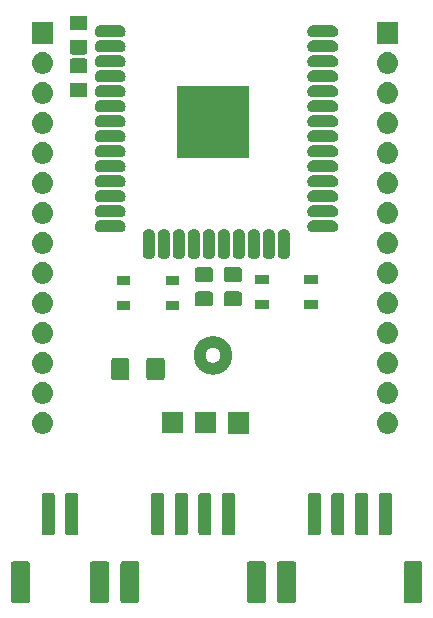
<source format=gbr>
G04 #@! TF.GenerationSoftware,KiCad,Pcbnew,(5.1.2)-1*
G04 #@! TF.CreationDate,2019-07-08T23:37:35+09:00*
G04 #@! TF.ProjectId,ESP32-breakout-SMD,45535033-322d-4627-9265-616b6f75742d,rev?*
G04 #@! TF.SameCoordinates,Original*
G04 #@! TF.FileFunction,Soldermask,Top*
G04 #@! TF.FilePolarity,Negative*
%FSLAX46Y46*%
G04 Gerber Fmt 4.6, Leading zero omitted, Abs format (unit mm)*
G04 Created by KiCad (PCBNEW (5.1.2)-1) date 2019-07-08 23:37:35*
%MOMM*%
%LPD*%
G04 APERTURE LIST*
%ADD10C,1.016000*%
%ADD11C,0.100000*%
G04 APERTURE END LIST*
D10*
X165169123Y-122555000D02*
G75*
G03X165169123Y-122555000I-1135923J0D01*
G01*
D11*
G36*
X168359848Y-139989522D02*
G01*
X168394187Y-139999939D01*
X168425836Y-140016856D01*
X168453578Y-140039622D01*
X168476344Y-140067364D01*
X168493261Y-140099013D01*
X168503678Y-140133352D01*
X168507800Y-140175207D01*
X168507800Y-143297593D01*
X168503678Y-143339448D01*
X168493261Y-143373787D01*
X168476344Y-143405436D01*
X168453578Y-143433178D01*
X168425836Y-143455944D01*
X168394187Y-143472861D01*
X168359848Y-143483278D01*
X168317993Y-143487400D01*
X167095607Y-143487400D01*
X167053752Y-143483278D01*
X167019413Y-143472861D01*
X166987764Y-143455944D01*
X166960022Y-143433178D01*
X166937256Y-143405436D01*
X166920339Y-143373787D01*
X166909922Y-143339448D01*
X166905800Y-143297593D01*
X166905800Y-140175207D01*
X166909922Y-140133352D01*
X166920339Y-140099013D01*
X166937256Y-140067364D01*
X166960022Y-140039622D01*
X166987764Y-140016856D01*
X167019413Y-139999939D01*
X167053752Y-139989522D01*
X167095607Y-139985400D01*
X168317993Y-139985400D01*
X168359848Y-139989522D01*
X168359848Y-139989522D01*
G37*
G36*
X170921448Y-139989522D02*
G01*
X170955787Y-139999939D01*
X170987436Y-140016856D01*
X171015178Y-140039622D01*
X171037944Y-140067364D01*
X171054861Y-140099013D01*
X171065278Y-140133352D01*
X171069400Y-140175207D01*
X171069400Y-143297593D01*
X171065278Y-143339448D01*
X171054861Y-143373787D01*
X171037944Y-143405436D01*
X171015178Y-143433178D01*
X170987436Y-143455944D01*
X170955787Y-143472861D01*
X170921448Y-143483278D01*
X170879593Y-143487400D01*
X169657207Y-143487400D01*
X169615352Y-143483278D01*
X169581013Y-143472861D01*
X169549364Y-143455944D01*
X169521622Y-143433178D01*
X169498856Y-143405436D01*
X169481939Y-143373787D01*
X169471522Y-143339448D01*
X169467400Y-143297593D01*
X169467400Y-140175207D01*
X169471522Y-140133352D01*
X169481939Y-140099013D01*
X169498856Y-140067364D01*
X169521622Y-140039622D01*
X169549364Y-140016856D01*
X169581013Y-139999939D01*
X169615352Y-139989522D01*
X169657207Y-139985400D01*
X170879593Y-139985400D01*
X170921448Y-139989522D01*
X170921448Y-139989522D01*
G37*
G36*
X181621448Y-139989522D02*
G01*
X181655787Y-139999939D01*
X181687436Y-140016856D01*
X181715178Y-140039622D01*
X181737944Y-140067364D01*
X181754861Y-140099013D01*
X181765278Y-140133352D01*
X181769400Y-140175207D01*
X181769400Y-143297593D01*
X181765278Y-143339448D01*
X181754861Y-143373787D01*
X181737944Y-143405436D01*
X181715178Y-143433178D01*
X181687436Y-143455944D01*
X181655787Y-143472861D01*
X181621448Y-143483278D01*
X181579593Y-143487400D01*
X180357207Y-143487400D01*
X180315352Y-143483278D01*
X180281013Y-143472861D01*
X180249364Y-143455944D01*
X180221622Y-143433178D01*
X180198856Y-143405436D01*
X180181939Y-143373787D01*
X180171522Y-143339448D01*
X180167400Y-143297593D01*
X180167400Y-140175207D01*
X180171522Y-140133352D01*
X180181939Y-140099013D01*
X180198856Y-140067364D01*
X180221622Y-140039622D01*
X180249364Y-140016856D01*
X180281013Y-139999939D01*
X180315352Y-139989522D01*
X180357207Y-139985400D01*
X181579593Y-139985400D01*
X181621448Y-139989522D01*
X181621448Y-139989522D01*
G37*
G36*
X148382248Y-139989522D02*
G01*
X148416587Y-139999939D01*
X148448236Y-140016856D01*
X148475978Y-140039622D01*
X148498744Y-140067364D01*
X148515661Y-140099013D01*
X148526078Y-140133352D01*
X148530200Y-140175207D01*
X148530200Y-143297593D01*
X148526078Y-143339448D01*
X148515661Y-143373787D01*
X148498744Y-143405436D01*
X148475978Y-143433178D01*
X148448236Y-143455944D01*
X148416587Y-143472861D01*
X148382248Y-143483278D01*
X148340393Y-143487400D01*
X147118007Y-143487400D01*
X147076152Y-143483278D01*
X147041813Y-143472861D01*
X147010164Y-143455944D01*
X146982422Y-143433178D01*
X146959656Y-143405436D01*
X146942739Y-143373787D01*
X146932322Y-143339448D01*
X146928200Y-143297593D01*
X146928200Y-140175207D01*
X146932322Y-140133352D01*
X146942739Y-140099013D01*
X146959656Y-140067364D01*
X146982422Y-140039622D01*
X147010164Y-140016856D01*
X147041813Y-139999939D01*
X147076152Y-139989522D01*
X147118007Y-139985400D01*
X148340393Y-139985400D01*
X148382248Y-139989522D01*
X148382248Y-139989522D01*
G37*
G36*
X157659848Y-139989522D02*
G01*
X157694187Y-139999939D01*
X157725836Y-140016856D01*
X157753578Y-140039622D01*
X157776344Y-140067364D01*
X157793261Y-140099013D01*
X157803678Y-140133352D01*
X157807800Y-140175207D01*
X157807800Y-143297593D01*
X157803678Y-143339448D01*
X157793261Y-143373787D01*
X157776344Y-143405436D01*
X157753578Y-143433178D01*
X157725836Y-143455944D01*
X157694187Y-143472861D01*
X157659848Y-143483278D01*
X157617993Y-143487400D01*
X156395607Y-143487400D01*
X156353752Y-143483278D01*
X156319413Y-143472861D01*
X156287764Y-143455944D01*
X156260022Y-143433178D01*
X156237256Y-143405436D01*
X156220339Y-143373787D01*
X156209922Y-143339448D01*
X156205800Y-143297593D01*
X156205800Y-140175207D01*
X156209922Y-140133352D01*
X156220339Y-140099013D01*
X156237256Y-140067364D01*
X156260022Y-140039622D01*
X156287764Y-140016856D01*
X156319413Y-139999939D01*
X156353752Y-139989522D01*
X156395607Y-139985400D01*
X157617993Y-139985400D01*
X157659848Y-139989522D01*
X157659848Y-139989522D01*
G37*
G36*
X155082248Y-139989522D02*
G01*
X155116587Y-139999939D01*
X155148236Y-140016856D01*
X155175978Y-140039622D01*
X155198744Y-140067364D01*
X155215661Y-140099013D01*
X155226078Y-140133352D01*
X155230200Y-140175207D01*
X155230200Y-143297593D01*
X155226078Y-143339448D01*
X155215661Y-143373787D01*
X155198744Y-143405436D01*
X155175978Y-143433178D01*
X155148236Y-143455944D01*
X155116587Y-143472861D01*
X155082248Y-143483278D01*
X155040393Y-143487400D01*
X153818007Y-143487400D01*
X153776152Y-143483278D01*
X153741813Y-143472861D01*
X153710164Y-143455944D01*
X153682422Y-143433178D01*
X153659656Y-143405436D01*
X153642739Y-143373787D01*
X153632322Y-143339448D01*
X153628200Y-143297593D01*
X153628200Y-140175207D01*
X153632322Y-140133352D01*
X153642739Y-140099013D01*
X153659656Y-140067364D01*
X153682422Y-140039622D01*
X153710164Y-140016856D01*
X153741813Y-139999939D01*
X153776152Y-139989522D01*
X153818007Y-139985400D01*
X155040393Y-139985400D01*
X155082248Y-139989522D01*
X155082248Y-139989522D01*
G37*
G36*
X178997834Y-134190086D02*
G01*
X179037684Y-134202174D01*
X179074399Y-134221799D01*
X179106586Y-134248214D01*
X179133001Y-134280401D01*
X179152626Y-134317116D01*
X179164714Y-134356966D01*
X179169400Y-134404541D01*
X179169400Y-137568259D01*
X179164714Y-137615834D01*
X179152626Y-137655684D01*
X179133001Y-137692399D01*
X179106586Y-137724586D01*
X179074399Y-137751001D01*
X179037684Y-137770626D01*
X178997834Y-137782714D01*
X178950259Y-137787400D01*
X178286541Y-137787400D01*
X178238966Y-137782714D01*
X178199116Y-137770626D01*
X178162401Y-137751001D01*
X178130214Y-137724586D01*
X178103799Y-137692399D01*
X178084174Y-137655684D01*
X178072086Y-137615834D01*
X178067400Y-137568259D01*
X178067400Y-134404541D01*
X178072086Y-134356966D01*
X178084174Y-134317116D01*
X178103799Y-134280401D01*
X178130214Y-134248214D01*
X178162401Y-134221799D01*
X178199116Y-134202174D01*
X178238966Y-134190086D01*
X178286541Y-134185400D01*
X178950259Y-134185400D01*
X178997834Y-134190086D01*
X178997834Y-134190086D01*
G37*
G36*
X176997834Y-134190086D02*
G01*
X177037684Y-134202174D01*
X177074399Y-134221799D01*
X177106586Y-134248214D01*
X177133001Y-134280401D01*
X177152626Y-134317116D01*
X177164714Y-134356966D01*
X177169400Y-134404541D01*
X177169400Y-137568259D01*
X177164714Y-137615834D01*
X177152626Y-137655684D01*
X177133001Y-137692399D01*
X177106586Y-137724586D01*
X177074399Y-137751001D01*
X177037684Y-137770626D01*
X176997834Y-137782714D01*
X176950259Y-137787400D01*
X176286541Y-137787400D01*
X176238966Y-137782714D01*
X176199116Y-137770626D01*
X176162401Y-137751001D01*
X176130214Y-137724586D01*
X176103799Y-137692399D01*
X176084174Y-137655684D01*
X176072086Y-137615834D01*
X176067400Y-137568259D01*
X176067400Y-134404541D01*
X176072086Y-134356966D01*
X176084174Y-134317116D01*
X176103799Y-134280401D01*
X176130214Y-134248214D01*
X176162401Y-134221799D01*
X176199116Y-134202174D01*
X176238966Y-134190086D01*
X176286541Y-134185400D01*
X176950259Y-134185400D01*
X176997834Y-134190086D01*
X176997834Y-134190086D01*
G37*
G36*
X174997834Y-134190086D02*
G01*
X175037684Y-134202174D01*
X175074399Y-134221799D01*
X175106586Y-134248214D01*
X175133001Y-134280401D01*
X175152626Y-134317116D01*
X175164714Y-134356966D01*
X175169400Y-134404541D01*
X175169400Y-137568259D01*
X175164714Y-137615834D01*
X175152626Y-137655684D01*
X175133001Y-137692399D01*
X175106586Y-137724586D01*
X175074399Y-137751001D01*
X175037684Y-137770626D01*
X174997834Y-137782714D01*
X174950259Y-137787400D01*
X174286541Y-137787400D01*
X174238966Y-137782714D01*
X174199116Y-137770626D01*
X174162401Y-137751001D01*
X174130214Y-137724586D01*
X174103799Y-137692399D01*
X174084174Y-137655684D01*
X174072086Y-137615834D01*
X174067400Y-137568259D01*
X174067400Y-134404541D01*
X174072086Y-134356966D01*
X174084174Y-134317116D01*
X174103799Y-134280401D01*
X174130214Y-134248214D01*
X174162401Y-134221799D01*
X174199116Y-134202174D01*
X174238966Y-134190086D01*
X174286541Y-134185400D01*
X174950259Y-134185400D01*
X174997834Y-134190086D01*
X174997834Y-134190086D01*
G37*
G36*
X172997834Y-134190086D02*
G01*
X173037684Y-134202174D01*
X173074399Y-134221799D01*
X173106586Y-134248214D01*
X173133001Y-134280401D01*
X173152626Y-134317116D01*
X173164714Y-134356966D01*
X173169400Y-134404541D01*
X173169400Y-137568259D01*
X173164714Y-137615834D01*
X173152626Y-137655684D01*
X173133001Y-137692399D01*
X173106586Y-137724586D01*
X173074399Y-137751001D01*
X173037684Y-137770626D01*
X172997834Y-137782714D01*
X172950259Y-137787400D01*
X172286541Y-137787400D01*
X172238966Y-137782714D01*
X172199116Y-137770626D01*
X172162401Y-137751001D01*
X172130214Y-137724586D01*
X172103799Y-137692399D01*
X172084174Y-137655684D01*
X172072086Y-137615834D01*
X172067400Y-137568259D01*
X172067400Y-134404541D01*
X172072086Y-134356966D01*
X172084174Y-134317116D01*
X172103799Y-134280401D01*
X172130214Y-134248214D01*
X172162401Y-134221799D01*
X172199116Y-134202174D01*
X172238966Y-134190086D01*
X172286541Y-134185400D01*
X172950259Y-134185400D01*
X172997834Y-134190086D01*
X172997834Y-134190086D01*
G37*
G36*
X150458634Y-134190086D02*
G01*
X150498484Y-134202174D01*
X150535199Y-134221799D01*
X150567386Y-134248214D01*
X150593801Y-134280401D01*
X150613426Y-134317116D01*
X150625514Y-134356966D01*
X150630200Y-134404541D01*
X150630200Y-137568259D01*
X150625514Y-137615834D01*
X150613426Y-137655684D01*
X150593801Y-137692399D01*
X150567386Y-137724586D01*
X150535199Y-137751001D01*
X150498484Y-137770626D01*
X150458634Y-137782714D01*
X150411059Y-137787400D01*
X149747341Y-137787400D01*
X149699766Y-137782714D01*
X149659916Y-137770626D01*
X149623201Y-137751001D01*
X149591014Y-137724586D01*
X149564599Y-137692399D01*
X149544974Y-137655684D01*
X149532886Y-137615834D01*
X149528200Y-137568259D01*
X149528200Y-134404541D01*
X149532886Y-134356966D01*
X149544974Y-134317116D01*
X149564599Y-134280401D01*
X149591014Y-134248214D01*
X149623201Y-134221799D01*
X149659916Y-134202174D01*
X149699766Y-134190086D01*
X149747341Y-134185400D01*
X150411059Y-134185400D01*
X150458634Y-134190086D01*
X150458634Y-134190086D01*
G37*
G36*
X152458634Y-134190086D02*
G01*
X152498484Y-134202174D01*
X152535199Y-134221799D01*
X152567386Y-134248214D01*
X152593801Y-134280401D01*
X152613426Y-134317116D01*
X152625514Y-134356966D01*
X152630200Y-134404541D01*
X152630200Y-137568259D01*
X152625514Y-137615834D01*
X152613426Y-137655684D01*
X152593801Y-137692399D01*
X152567386Y-137724586D01*
X152535199Y-137751001D01*
X152498484Y-137770626D01*
X152458634Y-137782714D01*
X152411059Y-137787400D01*
X151747341Y-137787400D01*
X151699766Y-137782714D01*
X151659916Y-137770626D01*
X151623201Y-137751001D01*
X151591014Y-137724586D01*
X151564599Y-137692399D01*
X151544974Y-137655684D01*
X151532886Y-137615834D01*
X151528200Y-137568259D01*
X151528200Y-134404541D01*
X151532886Y-134356966D01*
X151544974Y-134317116D01*
X151564599Y-134280401D01*
X151591014Y-134248214D01*
X151623201Y-134221799D01*
X151659916Y-134202174D01*
X151699766Y-134190086D01*
X151747341Y-134185400D01*
X152411059Y-134185400D01*
X152458634Y-134190086D01*
X152458634Y-134190086D01*
G37*
G36*
X165736234Y-134190086D02*
G01*
X165776084Y-134202174D01*
X165812799Y-134221799D01*
X165844986Y-134248214D01*
X165871401Y-134280401D01*
X165891026Y-134317116D01*
X165903114Y-134356966D01*
X165907800Y-134404541D01*
X165907800Y-137568259D01*
X165903114Y-137615834D01*
X165891026Y-137655684D01*
X165871401Y-137692399D01*
X165844986Y-137724586D01*
X165812799Y-137751001D01*
X165776084Y-137770626D01*
X165736234Y-137782714D01*
X165688659Y-137787400D01*
X165024941Y-137787400D01*
X164977366Y-137782714D01*
X164937516Y-137770626D01*
X164900801Y-137751001D01*
X164868614Y-137724586D01*
X164842199Y-137692399D01*
X164822574Y-137655684D01*
X164810486Y-137615834D01*
X164805800Y-137568259D01*
X164805800Y-134404541D01*
X164810486Y-134356966D01*
X164822574Y-134317116D01*
X164842199Y-134280401D01*
X164868614Y-134248214D01*
X164900801Y-134221799D01*
X164937516Y-134202174D01*
X164977366Y-134190086D01*
X165024941Y-134185400D01*
X165688659Y-134185400D01*
X165736234Y-134190086D01*
X165736234Y-134190086D01*
G37*
G36*
X159736234Y-134190086D02*
G01*
X159776084Y-134202174D01*
X159812799Y-134221799D01*
X159844986Y-134248214D01*
X159871401Y-134280401D01*
X159891026Y-134317116D01*
X159903114Y-134356966D01*
X159907800Y-134404541D01*
X159907800Y-137568259D01*
X159903114Y-137615834D01*
X159891026Y-137655684D01*
X159871401Y-137692399D01*
X159844986Y-137724586D01*
X159812799Y-137751001D01*
X159776084Y-137770626D01*
X159736234Y-137782714D01*
X159688659Y-137787400D01*
X159024941Y-137787400D01*
X158977366Y-137782714D01*
X158937516Y-137770626D01*
X158900801Y-137751001D01*
X158868614Y-137724586D01*
X158842199Y-137692399D01*
X158822574Y-137655684D01*
X158810486Y-137615834D01*
X158805800Y-137568259D01*
X158805800Y-134404541D01*
X158810486Y-134356966D01*
X158822574Y-134317116D01*
X158842199Y-134280401D01*
X158868614Y-134248214D01*
X158900801Y-134221799D01*
X158937516Y-134202174D01*
X158977366Y-134190086D01*
X159024941Y-134185400D01*
X159688659Y-134185400D01*
X159736234Y-134190086D01*
X159736234Y-134190086D01*
G37*
G36*
X161736234Y-134190086D02*
G01*
X161776084Y-134202174D01*
X161812799Y-134221799D01*
X161844986Y-134248214D01*
X161871401Y-134280401D01*
X161891026Y-134317116D01*
X161903114Y-134356966D01*
X161907800Y-134404541D01*
X161907800Y-137568259D01*
X161903114Y-137615834D01*
X161891026Y-137655684D01*
X161871401Y-137692399D01*
X161844986Y-137724586D01*
X161812799Y-137751001D01*
X161776084Y-137770626D01*
X161736234Y-137782714D01*
X161688659Y-137787400D01*
X161024941Y-137787400D01*
X160977366Y-137782714D01*
X160937516Y-137770626D01*
X160900801Y-137751001D01*
X160868614Y-137724586D01*
X160842199Y-137692399D01*
X160822574Y-137655684D01*
X160810486Y-137615834D01*
X160805800Y-137568259D01*
X160805800Y-134404541D01*
X160810486Y-134356966D01*
X160822574Y-134317116D01*
X160842199Y-134280401D01*
X160868614Y-134248214D01*
X160900801Y-134221799D01*
X160937516Y-134202174D01*
X160977366Y-134190086D01*
X161024941Y-134185400D01*
X161688659Y-134185400D01*
X161736234Y-134190086D01*
X161736234Y-134190086D01*
G37*
G36*
X163736234Y-134190086D02*
G01*
X163776084Y-134202174D01*
X163812799Y-134221799D01*
X163844986Y-134248214D01*
X163871401Y-134280401D01*
X163891026Y-134317116D01*
X163903114Y-134356966D01*
X163907800Y-134404541D01*
X163907800Y-137568259D01*
X163903114Y-137615834D01*
X163891026Y-137655684D01*
X163871401Y-137692399D01*
X163844986Y-137724586D01*
X163812799Y-137751001D01*
X163776084Y-137770626D01*
X163736234Y-137782714D01*
X163688659Y-137787400D01*
X163024941Y-137787400D01*
X162977366Y-137782714D01*
X162937516Y-137770626D01*
X162900801Y-137751001D01*
X162868614Y-137724586D01*
X162842199Y-137692399D01*
X162822574Y-137655684D01*
X162810486Y-137615834D01*
X162805800Y-137568259D01*
X162805800Y-134404541D01*
X162810486Y-134356966D01*
X162822574Y-134317116D01*
X162842199Y-134280401D01*
X162868614Y-134248214D01*
X162900801Y-134221799D01*
X162937516Y-134202174D01*
X162977366Y-134190086D01*
X163024941Y-134185400D01*
X163688659Y-134185400D01*
X163736234Y-134190086D01*
X163736234Y-134190086D01*
G37*
G36*
X167118600Y-129171000D02*
G01*
X165316600Y-129171000D01*
X165316600Y-127369000D01*
X167118600Y-127369000D01*
X167118600Y-129171000D01*
X167118600Y-129171000D01*
G37*
G36*
X149716442Y-127375518D02*
G01*
X149782627Y-127382037D01*
X149952466Y-127433557D01*
X150108991Y-127517222D01*
X150144729Y-127546552D01*
X150246186Y-127629814D01*
X150329448Y-127731271D01*
X150358778Y-127767009D01*
X150442443Y-127923534D01*
X150493963Y-128093373D01*
X150511359Y-128270000D01*
X150493963Y-128446627D01*
X150442443Y-128616466D01*
X150358778Y-128772991D01*
X150329448Y-128808729D01*
X150246186Y-128910186D01*
X150144729Y-128993448D01*
X150108991Y-129022778D01*
X149952466Y-129106443D01*
X149782627Y-129157963D01*
X149716442Y-129164482D01*
X149650260Y-129171000D01*
X149561740Y-129171000D01*
X149495558Y-129164482D01*
X149429373Y-129157963D01*
X149259534Y-129106443D01*
X149103009Y-129022778D01*
X149067271Y-128993448D01*
X148965814Y-128910186D01*
X148882552Y-128808729D01*
X148853222Y-128772991D01*
X148769557Y-128616466D01*
X148718037Y-128446627D01*
X148700641Y-128270000D01*
X148718037Y-128093373D01*
X148769557Y-127923534D01*
X148853222Y-127767009D01*
X148882552Y-127731271D01*
X148965814Y-127629814D01*
X149067271Y-127546552D01*
X149103009Y-127517222D01*
X149259534Y-127433557D01*
X149429373Y-127382037D01*
X149495558Y-127375518D01*
X149561740Y-127369000D01*
X149650260Y-127369000D01*
X149716442Y-127375518D01*
X149716442Y-127375518D01*
G37*
G36*
X178926442Y-127375518D02*
G01*
X178992627Y-127382037D01*
X179162466Y-127433557D01*
X179318991Y-127517222D01*
X179354729Y-127546552D01*
X179456186Y-127629814D01*
X179539448Y-127731271D01*
X179568778Y-127767009D01*
X179652443Y-127923534D01*
X179703963Y-128093373D01*
X179721359Y-128270000D01*
X179703963Y-128446627D01*
X179652443Y-128616466D01*
X179568778Y-128772991D01*
X179539448Y-128808729D01*
X179456186Y-128910186D01*
X179354729Y-128993448D01*
X179318991Y-129022778D01*
X179162466Y-129106443D01*
X178992627Y-129157963D01*
X178926442Y-129164482D01*
X178860260Y-129171000D01*
X178771740Y-129171000D01*
X178705558Y-129164482D01*
X178639373Y-129157963D01*
X178469534Y-129106443D01*
X178313009Y-129022778D01*
X178277271Y-128993448D01*
X178175814Y-128910186D01*
X178092552Y-128808729D01*
X178063222Y-128772991D01*
X177979557Y-128616466D01*
X177928037Y-128446627D01*
X177910641Y-128270000D01*
X177928037Y-128093373D01*
X177979557Y-127923534D01*
X178063222Y-127767009D01*
X178092552Y-127731271D01*
X178175814Y-127629814D01*
X178277271Y-127546552D01*
X178313009Y-127517222D01*
X178469534Y-127433557D01*
X178639373Y-127382037D01*
X178705558Y-127375518D01*
X178771740Y-127369000D01*
X178860260Y-127369000D01*
X178926442Y-127375518D01*
X178926442Y-127375518D01*
G37*
G36*
X164324600Y-129145600D02*
G01*
X162522600Y-129145600D01*
X162522600Y-127343600D01*
X164324600Y-127343600D01*
X164324600Y-129145600D01*
X164324600Y-129145600D01*
G37*
G36*
X161479800Y-129145600D02*
G01*
X159677800Y-129145600D01*
X159677800Y-127343600D01*
X161479800Y-127343600D01*
X161479800Y-129145600D01*
X161479800Y-129145600D01*
G37*
G36*
X178926443Y-124835519D02*
G01*
X178992627Y-124842037D01*
X179162466Y-124893557D01*
X179318991Y-124977222D01*
X179354729Y-125006552D01*
X179456186Y-125089814D01*
X179539448Y-125191271D01*
X179568778Y-125227009D01*
X179652443Y-125383534D01*
X179703963Y-125553373D01*
X179721359Y-125730000D01*
X179703963Y-125906627D01*
X179652443Y-126076466D01*
X179568778Y-126232991D01*
X179539448Y-126268729D01*
X179456186Y-126370186D01*
X179354729Y-126453448D01*
X179318991Y-126482778D01*
X179162466Y-126566443D01*
X178992627Y-126617963D01*
X178926442Y-126624482D01*
X178860260Y-126631000D01*
X178771740Y-126631000D01*
X178705558Y-126624482D01*
X178639373Y-126617963D01*
X178469534Y-126566443D01*
X178313009Y-126482778D01*
X178277271Y-126453448D01*
X178175814Y-126370186D01*
X178092552Y-126268729D01*
X178063222Y-126232991D01*
X177979557Y-126076466D01*
X177928037Y-125906627D01*
X177910641Y-125730000D01*
X177928037Y-125553373D01*
X177979557Y-125383534D01*
X178063222Y-125227009D01*
X178092552Y-125191271D01*
X178175814Y-125089814D01*
X178277271Y-125006552D01*
X178313009Y-124977222D01*
X178469534Y-124893557D01*
X178639373Y-124842037D01*
X178705557Y-124835519D01*
X178771740Y-124829000D01*
X178860260Y-124829000D01*
X178926443Y-124835519D01*
X178926443Y-124835519D01*
G37*
G36*
X149716443Y-124835519D02*
G01*
X149782627Y-124842037D01*
X149952466Y-124893557D01*
X150108991Y-124977222D01*
X150144729Y-125006552D01*
X150246186Y-125089814D01*
X150329448Y-125191271D01*
X150358778Y-125227009D01*
X150442443Y-125383534D01*
X150493963Y-125553373D01*
X150511359Y-125730000D01*
X150493963Y-125906627D01*
X150442443Y-126076466D01*
X150358778Y-126232991D01*
X150329448Y-126268729D01*
X150246186Y-126370186D01*
X150144729Y-126453448D01*
X150108991Y-126482778D01*
X149952466Y-126566443D01*
X149782627Y-126617963D01*
X149716442Y-126624482D01*
X149650260Y-126631000D01*
X149561740Y-126631000D01*
X149495558Y-126624482D01*
X149429373Y-126617963D01*
X149259534Y-126566443D01*
X149103009Y-126482778D01*
X149067271Y-126453448D01*
X148965814Y-126370186D01*
X148882552Y-126268729D01*
X148853222Y-126232991D01*
X148769557Y-126076466D01*
X148718037Y-125906627D01*
X148700641Y-125730000D01*
X148718037Y-125553373D01*
X148769557Y-125383534D01*
X148853222Y-125227009D01*
X148882552Y-125191271D01*
X148965814Y-125089814D01*
X149067271Y-125006552D01*
X149103009Y-124977222D01*
X149259534Y-124893557D01*
X149429373Y-124842037D01*
X149495557Y-124835519D01*
X149561740Y-124829000D01*
X149650260Y-124829000D01*
X149716443Y-124835519D01*
X149716443Y-124835519D01*
G37*
G36*
X159783762Y-122776181D02*
G01*
X159818681Y-122786774D01*
X159850863Y-122803976D01*
X159879073Y-122827127D01*
X159902224Y-122855337D01*
X159919426Y-122887519D01*
X159930019Y-122922438D01*
X159934200Y-122964895D01*
X159934200Y-124431105D01*
X159930019Y-124473562D01*
X159919426Y-124508481D01*
X159902224Y-124540663D01*
X159879073Y-124568873D01*
X159850863Y-124592024D01*
X159818681Y-124609226D01*
X159783762Y-124619819D01*
X159741305Y-124624000D01*
X158600095Y-124624000D01*
X158557638Y-124619819D01*
X158522719Y-124609226D01*
X158490537Y-124592024D01*
X158462327Y-124568873D01*
X158439176Y-124540663D01*
X158421974Y-124508481D01*
X158411381Y-124473562D01*
X158407200Y-124431105D01*
X158407200Y-122964895D01*
X158411381Y-122922438D01*
X158421974Y-122887519D01*
X158439176Y-122855337D01*
X158462327Y-122827127D01*
X158490537Y-122803976D01*
X158522719Y-122786774D01*
X158557638Y-122776181D01*
X158600095Y-122772000D01*
X159741305Y-122772000D01*
X159783762Y-122776181D01*
X159783762Y-122776181D01*
G37*
G36*
X156808762Y-122776181D02*
G01*
X156843681Y-122786774D01*
X156875863Y-122803976D01*
X156904073Y-122827127D01*
X156927224Y-122855337D01*
X156944426Y-122887519D01*
X156955019Y-122922438D01*
X156959200Y-122964895D01*
X156959200Y-124431105D01*
X156955019Y-124473562D01*
X156944426Y-124508481D01*
X156927224Y-124540663D01*
X156904073Y-124568873D01*
X156875863Y-124592024D01*
X156843681Y-124609226D01*
X156808762Y-124619819D01*
X156766305Y-124624000D01*
X155625095Y-124624000D01*
X155582638Y-124619819D01*
X155547719Y-124609226D01*
X155515537Y-124592024D01*
X155487327Y-124568873D01*
X155464176Y-124540663D01*
X155446974Y-124508481D01*
X155436381Y-124473562D01*
X155432200Y-124431105D01*
X155432200Y-122964895D01*
X155436381Y-122922438D01*
X155446974Y-122887519D01*
X155464176Y-122855337D01*
X155487327Y-122827127D01*
X155515537Y-122803976D01*
X155547719Y-122786774D01*
X155582638Y-122776181D01*
X155625095Y-122772000D01*
X156766305Y-122772000D01*
X156808762Y-122776181D01*
X156808762Y-122776181D01*
G37*
G36*
X149716443Y-122295519D02*
G01*
X149782627Y-122302037D01*
X149952466Y-122353557D01*
X150108991Y-122437222D01*
X150144729Y-122466552D01*
X150246186Y-122549814D01*
X150329448Y-122651271D01*
X150358778Y-122687009D01*
X150442443Y-122843534D01*
X150493963Y-123013373D01*
X150511359Y-123190000D01*
X150493963Y-123366627D01*
X150442443Y-123536466D01*
X150358778Y-123692991D01*
X150329448Y-123728729D01*
X150246186Y-123830186D01*
X150144729Y-123913448D01*
X150108991Y-123942778D01*
X149952466Y-124026443D01*
X149782627Y-124077963D01*
X149716442Y-124084482D01*
X149650260Y-124091000D01*
X149561740Y-124091000D01*
X149495558Y-124084482D01*
X149429373Y-124077963D01*
X149259534Y-124026443D01*
X149103009Y-123942778D01*
X149067271Y-123913448D01*
X148965814Y-123830186D01*
X148882552Y-123728729D01*
X148853222Y-123692991D01*
X148769557Y-123536466D01*
X148718037Y-123366627D01*
X148700641Y-123190000D01*
X148718037Y-123013373D01*
X148769557Y-122843534D01*
X148853222Y-122687009D01*
X148882552Y-122651271D01*
X148965814Y-122549814D01*
X149067271Y-122466552D01*
X149103009Y-122437222D01*
X149259534Y-122353557D01*
X149429373Y-122302037D01*
X149495557Y-122295519D01*
X149561740Y-122289000D01*
X149650260Y-122289000D01*
X149716443Y-122295519D01*
X149716443Y-122295519D01*
G37*
G36*
X178926443Y-122295519D02*
G01*
X178992627Y-122302037D01*
X179162466Y-122353557D01*
X179318991Y-122437222D01*
X179354729Y-122466552D01*
X179456186Y-122549814D01*
X179539448Y-122651271D01*
X179568778Y-122687009D01*
X179652443Y-122843534D01*
X179703963Y-123013373D01*
X179721359Y-123190000D01*
X179703963Y-123366627D01*
X179652443Y-123536466D01*
X179568778Y-123692991D01*
X179539448Y-123728729D01*
X179456186Y-123830186D01*
X179354729Y-123913448D01*
X179318991Y-123942778D01*
X179162466Y-124026443D01*
X178992627Y-124077963D01*
X178926442Y-124084482D01*
X178860260Y-124091000D01*
X178771740Y-124091000D01*
X178705558Y-124084482D01*
X178639373Y-124077963D01*
X178469534Y-124026443D01*
X178313009Y-123942778D01*
X178277271Y-123913448D01*
X178175814Y-123830186D01*
X178092552Y-123728729D01*
X178063222Y-123692991D01*
X177979557Y-123536466D01*
X177928037Y-123366627D01*
X177910641Y-123190000D01*
X177928037Y-123013373D01*
X177979557Y-122843534D01*
X178063222Y-122687009D01*
X178092552Y-122651271D01*
X178175814Y-122549814D01*
X178277271Y-122466552D01*
X178313009Y-122437222D01*
X178469534Y-122353557D01*
X178639373Y-122302037D01*
X178705557Y-122295519D01*
X178771740Y-122289000D01*
X178860260Y-122289000D01*
X178926443Y-122295519D01*
X178926443Y-122295519D01*
G37*
G36*
X178926442Y-119755518D02*
G01*
X178992627Y-119762037D01*
X179162466Y-119813557D01*
X179318991Y-119897222D01*
X179354729Y-119926552D01*
X179456186Y-120009814D01*
X179539448Y-120111271D01*
X179568778Y-120147009D01*
X179652443Y-120303534D01*
X179703963Y-120473373D01*
X179721359Y-120650000D01*
X179703963Y-120826627D01*
X179652443Y-120996466D01*
X179568778Y-121152991D01*
X179539448Y-121188729D01*
X179456186Y-121290186D01*
X179354729Y-121373448D01*
X179318991Y-121402778D01*
X179162466Y-121486443D01*
X178992627Y-121537963D01*
X178926443Y-121544481D01*
X178860260Y-121551000D01*
X178771740Y-121551000D01*
X178705557Y-121544481D01*
X178639373Y-121537963D01*
X178469534Y-121486443D01*
X178313009Y-121402778D01*
X178277271Y-121373448D01*
X178175814Y-121290186D01*
X178092552Y-121188729D01*
X178063222Y-121152991D01*
X177979557Y-120996466D01*
X177928037Y-120826627D01*
X177910641Y-120650000D01*
X177928037Y-120473373D01*
X177979557Y-120303534D01*
X178063222Y-120147009D01*
X178092552Y-120111271D01*
X178175814Y-120009814D01*
X178277271Y-119926552D01*
X178313009Y-119897222D01*
X178469534Y-119813557D01*
X178639373Y-119762037D01*
X178705558Y-119755518D01*
X178771740Y-119749000D01*
X178860260Y-119749000D01*
X178926442Y-119755518D01*
X178926442Y-119755518D01*
G37*
G36*
X149716442Y-119755518D02*
G01*
X149782627Y-119762037D01*
X149952466Y-119813557D01*
X150108991Y-119897222D01*
X150144729Y-119926552D01*
X150246186Y-120009814D01*
X150329448Y-120111271D01*
X150358778Y-120147009D01*
X150442443Y-120303534D01*
X150493963Y-120473373D01*
X150511359Y-120650000D01*
X150493963Y-120826627D01*
X150442443Y-120996466D01*
X150358778Y-121152991D01*
X150329448Y-121188729D01*
X150246186Y-121290186D01*
X150144729Y-121373448D01*
X150108991Y-121402778D01*
X149952466Y-121486443D01*
X149782627Y-121537963D01*
X149716443Y-121544481D01*
X149650260Y-121551000D01*
X149561740Y-121551000D01*
X149495557Y-121544481D01*
X149429373Y-121537963D01*
X149259534Y-121486443D01*
X149103009Y-121402778D01*
X149067271Y-121373448D01*
X148965814Y-121290186D01*
X148882552Y-121188729D01*
X148853222Y-121152991D01*
X148769557Y-120996466D01*
X148718037Y-120826627D01*
X148700641Y-120650000D01*
X148718037Y-120473373D01*
X148769557Y-120303534D01*
X148853222Y-120147009D01*
X148882552Y-120111271D01*
X148965814Y-120009814D01*
X149067271Y-119926552D01*
X149103009Y-119897222D01*
X149259534Y-119813557D01*
X149429373Y-119762037D01*
X149495558Y-119755518D01*
X149561740Y-119749000D01*
X149650260Y-119749000D01*
X149716442Y-119755518D01*
X149716442Y-119755518D01*
G37*
G36*
X178926443Y-117215519D02*
G01*
X178992627Y-117222037D01*
X179162466Y-117273557D01*
X179318991Y-117357222D01*
X179354729Y-117386552D01*
X179456186Y-117469814D01*
X179539448Y-117571271D01*
X179568778Y-117607009D01*
X179652443Y-117763534D01*
X179703963Y-117933373D01*
X179721359Y-118110000D01*
X179703963Y-118286627D01*
X179652443Y-118456466D01*
X179568778Y-118612991D01*
X179541196Y-118646600D01*
X179456186Y-118750186D01*
X179354729Y-118833448D01*
X179318991Y-118862778D01*
X179162466Y-118946443D01*
X178992627Y-118997963D01*
X178926443Y-119004481D01*
X178860260Y-119011000D01*
X178771740Y-119011000D01*
X178705557Y-119004481D01*
X178639373Y-118997963D01*
X178469534Y-118946443D01*
X178313009Y-118862778D01*
X178277271Y-118833448D01*
X178175814Y-118750186D01*
X178090804Y-118646600D01*
X178063222Y-118612991D01*
X177979557Y-118456466D01*
X177928037Y-118286627D01*
X177910641Y-118110000D01*
X177928037Y-117933373D01*
X177979557Y-117763534D01*
X178063222Y-117607009D01*
X178092552Y-117571271D01*
X178175814Y-117469814D01*
X178277271Y-117386552D01*
X178313009Y-117357222D01*
X178469534Y-117273557D01*
X178639373Y-117222037D01*
X178705557Y-117215519D01*
X178771740Y-117209000D01*
X178860260Y-117209000D01*
X178926443Y-117215519D01*
X178926443Y-117215519D01*
G37*
G36*
X149716443Y-117215519D02*
G01*
X149782627Y-117222037D01*
X149952466Y-117273557D01*
X150108991Y-117357222D01*
X150144729Y-117386552D01*
X150246186Y-117469814D01*
X150329448Y-117571271D01*
X150358778Y-117607009D01*
X150442443Y-117763534D01*
X150493963Y-117933373D01*
X150511359Y-118110000D01*
X150493963Y-118286627D01*
X150442443Y-118456466D01*
X150358778Y-118612991D01*
X150331196Y-118646600D01*
X150246186Y-118750186D01*
X150144729Y-118833448D01*
X150108991Y-118862778D01*
X149952466Y-118946443D01*
X149782627Y-118997963D01*
X149716443Y-119004481D01*
X149650260Y-119011000D01*
X149561740Y-119011000D01*
X149495557Y-119004481D01*
X149429373Y-118997963D01*
X149259534Y-118946443D01*
X149103009Y-118862778D01*
X149067271Y-118833448D01*
X148965814Y-118750186D01*
X148880804Y-118646600D01*
X148853222Y-118612991D01*
X148769557Y-118456466D01*
X148718037Y-118286627D01*
X148700641Y-118110000D01*
X148718037Y-117933373D01*
X148769557Y-117763534D01*
X148853222Y-117607009D01*
X148882552Y-117571271D01*
X148965814Y-117469814D01*
X149067271Y-117386552D01*
X149103009Y-117357222D01*
X149259534Y-117273557D01*
X149429373Y-117222037D01*
X149495557Y-117215519D01*
X149561740Y-117209000D01*
X149650260Y-117209000D01*
X149716443Y-117215519D01*
X149716443Y-117215519D01*
G37*
G36*
X161197800Y-118697400D02*
G01*
X160045800Y-118697400D01*
X160045800Y-117945400D01*
X161197800Y-117945400D01*
X161197800Y-118697400D01*
X161197800Y-118697400D01*
G37*
G36*
X157047800Y-118697400D02*
G01*
X155895800Y-118697400D01*
X155895800Y-117945400D01*
X157047800Y-117945400D01*
X157047800Y-118697400D01*
X157047800Y-118697400D01*
G37*
G36*
X172932600Y-118646600D02*
G01*
X171780600Y-118646600D01*
X171780600Y-117894600D01*
X172932600Y-117894600D01*
X172932600Y-118646600D01*
X172932600Y-118646600D01*
G37*
G36*
X168782600Y-118646600D02*
G01*
X167630600Y-118646600D01*
X167630600Y-117894600D01*
X168782600Y-117894600D01*
X168782600Y-118646600D01*
X168782600Y-118646600D01*
G37*
G36*
X163859874Y-117141865D02*
G01*
X163897567Y-117153299D01*
X163932303Y-117171866D01*
X163962748Y-117196852D01*
X163987734Y-117227297D01*
X164006301Y-117262033D01*
X164017735Y-117299726D01*
X164022200Y-117345061D01*
X164022200Y-118181739D01*
X164017735Y-118227074D01*
X164006301Y-118264767D01*
X163987734Y-118299503D01*
X163962748Y-118329948D01*
X163932303Y-118354934D01*
X163897567Y-118373501D01*
X163859874Y-118384935D01*
X163814539Y-118389400D01*
X162727861Y-118389400D01*
X162682526Y-118384935D01*
X162644833Y-118373501D01*
X162610097Y-118354934D01*
X162579652Y-118329948D01*
X162554666Y-118299503D01*
X162536099Y-118264767D01*
X162524665Y-118227074D01*
X162520200Y-118181739D01*
X162520200Y-117345061D01*
X162524665Y-117299726D01*
X162536099Y-117262033D01*
X162554666Y-117227297D01*
X162579652Y-117196852D01*
X162610097Y-117171866D01*
X162644833Y-117153299D01*
X162682526Y-117141865D01*
X162727861Y-117137400D01*
X163814539Y-117137400D01*
X163859874Y-117141865D01*
X163859874Y-117141865D01*
G37*
G36*
X166298274Y-117141865D02*
G01*
X166335967Y-117153299D01*
X166370703Y-117171866D01*
X166401148Y-117196852D01*
X166426134Y-117227297D01*
X166444701Y-117262033D01*
X166456135Y-117299726D01*
X166460600Y-117345061D01*
X166460600Y-118181739D01*
X166456135Y-118227074D01*
X166444701Y-118264767D01*
X166426134Y-118299503D01*
X166401148Y-118329948D01*
X166370703Y-118354934D01*
X166335967Y-118373501D01*
X166298274Y-118384935D01*
X166252939Y-118389400D01*
X165166261Y-118389400D01*
X165120926Y-118384935D01*
X165083233Y-118373501D01*
X165048497Y-118354934D01*
X165018052Y-118329948D01*
X164993066Y-118299503D01*
X164974499Y-118264767D01*
X164963065Y-118227074D01*
X164958600Y-118181739D01*
X164958600Y-117345061D01*
X164963065Y-117299726D01*
X164974499Y-117262033D01*
X164993066Y-117227297D01*
X165018052Y-117196852D01*
X165048497Y-117171866D01*
X165083233Y-117153299D01*
X165120926Y-117141865D01*
X165166261Y-117137400D01*
X166252939Y-117137400D01*
X166298274Y-117141865D01*
X166298274Y-117141865D01*
G37*
G36*
X161197800Y-116547400D02*
G01*
X160045800Y-116547400D01*
X160045800Y-115795400D01*
X161197800Y-115795400D01*
X161197800Y-116547400D01*
X161197800Y-116547400D01*
G37*
G36*
X157047800Y-116547400D02*
G01*
X155895800Y-116547400D01*
X155895800Y-115795400D01*
X157047800Y-115795400D01*
X157047800Y-116547400D01*
X157047800Y-116547400D01*
G37*
G36*
X168782600Y-116496600D02*
G01*
X167630600Y-116496600D01*
X167630600Y-115744600D01*
X168782600Y-115744600D01*
X168782600Y-116496600D01*
X168782600Y-116496600D01*
G37*
G36*
X172932600Y-116496600D02*
G01*
X171780600Y-116496600D01*
X171780600Y-115744600D01*
X172932600Y-115744600D01*
X172932600Y-116496600D01*
X172932600Y-116496600D01*
G37*
G36*
X149716443Y-114675519D02*
G01*
X149782627Y-114682037D01*
X149952466Y-114733557D01*
X150108991Y-114817222D01*
X150144729Y-114846552D01*
X150246186Y-114929814D01*
X150329448Y-115031271D01*
X150358778Y-115067009D01*
X150442443Y-115223534D01*
X150493963Y-115393373D01*
X150511359Y-115570000D01*
X150493963Y-115746627D01*
X150442443Y-115916466D01*
X150358778Y-116072991D01*
X150329448Y-116108729D01*
X150246186Y-116210186D01*
X150161179Y-116279948D01*
X150108991Y-116322778D01*
X149952466Y-116406443D01*
X149782627Y-116457963D01*
X149716442Y-116464482D01*
X149650260Y-116471000D01*
X149561740Y-116471000D01*
X149495558Y-116464482D01*
X149429373Y-116457963D01*
X149259534Y-116406443D01*
X149103009Y-116322778D01*
X149050821Y-116279948D01*
X148965814Y-116210186D01*
X148882552Y-116108729D01*
X148853222Y-116072991D01*
X148769557Y-115916466D01*
X148718037Y-115746627D01*
X148700641Y-115570000D01*
X148718037Y-115393373D01*
X148769557Y-115223534D01*
X148853222Y-115067009D01*
X148882552Y-115031271D01*
X148965814Y-114929814D01*
X149067271Y-114846552D01*
X149103009Y-114817222D01*
X149259534Y-114733557D01*
X149429373Y-114682037D01*
X149495557Y-114675519D01*
X149561740Y-114669000D01*
X149650260Y-114669000D01*
X149716443Y-114675519D01*
X149716443Y-114675519D01*
G37*
G36*
X178926443Y-114675519D02*
G01*
X178992627Y-114682037D01*
X179162466Y-114733557D01*
X179318991Y-114817222D01*
X179354729Y-114846552D01*
X179456186Y-114929814D01*
X179539448Y-115031271D01*
X179568778Y-115067009D01*
X179652443Y-115223534D01*
X179703963Y-115393373D01*
X179721359Y-115570000D01*
X179703963Y-115746627D01*
X179652443Y-115916466D01*
X179568778Y-116072991D01*
X179539448Y-116108729D01*
X179456186Y-116210186D01*
X179371179Y-116279948D01*
X179318991Y-116322778D01*
X179162466Y-116406443D01*
X178992627Y-116457963D01*
X178926442Y-116464482D01*
X178860260Y-116471000D01*
X178771740Y-116471000D01*
X178705558Y-116464482D01*
X178639373Y-116457963D01*
X178469534Y-116406443D01*
X178313009Y-116322778D01*
X178260821Y-116279948D01*
X178175814Y-116210186D01*
X178092552Y-116108729D01*
X178063222Y-116072991D01*
X177979557Y-115916466D01*
X177928037Y-115746627D01*
X177910641Y-115570000D01*
X177928037Y-115393373D01*
X177979557Y-115223534D01*
X178063222Y-115067009D01*
X178092552Y-115031271D01*
X178175814Y-114929814D01*
X178277271Y-114846552D01*
X178313009Y-114817222D01*
X178469534Y-114733557D01*
X178639373Y-114682037D01*
X178705557Y-114675519D01*
X178771740Y-114669000D01*
X178860260Y-114669000D01*
X178926443Y-114675519D01*
X178926443Y-114675519D01*
G37*
G36*
X163859874Y-115091865D02*
G01*
X163897567Y-115103299D01*
X163932303Y-115121866D01*
X163962748Y-115146852D01*
X163987734Y-115177297D01*
X164006301Y-115212033D01*
X164017735Y-115249726D01*
X164022200Y-115295061D01*
X164022200Y-116131739D01*
X164017735Y-116177074D01*
X164006301Y-116214767D01*
X163987734Y-116249503D01*
X163962748Y-116279948D01*
X163932303Y-116304934D01*
X163897567Y-116323501D01*
X163859874Y-116334935D01*
X163814539Y-116339400D01*
X162727861Y-116339400D01*
X162682526Y-116334935D01*
X162644833Y-116323501D01*
X162610097Y-116304934D01*
X162579652Y-116279948D01*
X162554666Y-116249503D01*
X162536099Y-116214767D01*
X162524665Y-116177074D01*
X162520200Y-116131739D01*
X162520200Y-115295061D01*
X162524665Y-115249726D01*
X162536099Y-115212033D01*
X162554666Y-115177297D01*
X162579652Y-115146852D01*
X162610097Y-115121866D01*
X162644833Y-115103299D01*
X162682526Y-115091865D01*
X162727861Y-115087400D01*
X163814539Y-115087400D01*
X163859874Y-115091865D01*
X163859874Y-115091865D01*
G37*
G36*
X166298274Y-115091865D02*
G01*
X166335967Y-115103299D01*
X166370703Y-115121866D01*
X166401148Y-115146852D01*
X166426134Y-115177297D01*
X166444701Y-115212033D01*
X166456135Y-115249726D01*
X166460600Y-115295061D01*
X166460600Y-116131739D01*
X166456135Y-116177074D01*
X166444701Y-116214767D01*
X166426134Y-116249503D01*
X166401148Y-116279948D01*
X166370703Y-116304934D01*
X166335967Y-116323501D01*
X166298274Y-116334935D01*
X166252939Y-116339400D01*
X165166261Y-116339400D01*
X165120926Y-116334935D01*
X165083233Y-116323501D01*
X165048497Y-116304934D01*
X165018052Y-116279948D01*
X164993066Y-116249503D01*
X164974499Y-116214767D01*
X164963065Y-116177074D01*
X164958600Y-116131739D01*
X164958600Y-115295061D01*
X164963065Y-115249726D01*
X164974499Y-115212033D01*
X164993066Y-115177297D01*
X165018052Y-115146852D01*
X165048497Y-115121866D01*
X165083233Y-115103299D01*
X165120926Y-115091865D01*
X165166261Y-115087400D01*
X166252939Y-115087400D01*
X166298274Y-115091865D01*
X166298274Y-115091865D01*
G37*
G36*
X158713213Y-111816249D02*
G01*
X158807652Y-111844897D01*
X158894687Y-111891418D01*
X158970975Y-111954025D01*
X159033582Y-112030313D01*
X159080103Y-112117348D01*
X159108751Y-112211787D01*
X159116000Y-112285388D01*
X159116000Y-113934612D01*
X159108751Y-114008213D01*
X159080103Y-114102652D01*
X159033582Y-114189687D01*
X158970975Y-114265975D01*
X158894687Y-114328582D01*
X158807651Y-114375103D01*
X158713212Y-114403751D01*
X158615000Y-114413424D01*
X158516787Y-114403751D01*
X158422348Y-114375103D01*
X158335313Y-114328582D01*
X158259025Y-114265975D01*
X158196418Y-114189687D01*
X158149897Y-114102651D01*
X158121249Y-114008212D01*
X158114000Y-113934611D01*
X158114001Y-112285388D01*
X158121250Y-112211787D01*
X158149898Y-112117348D01*
X158196419Y-112030313D01*
X158259026Y-111954025D01*
X158335314Y-111891418D01*
X158422349Y-111844897D01*
X158516788Y-111816249D01*
X158615000Y-111806576D01*
X158713213Y-111816249D01*
X158713213Y-111816249D01*
G37*
G36*
X159983213Y-111816249D02*
G01*
X160077652Y-111844897D01*
X160164687Y-111891418D01*
X160240975Y-111954025D01*
X160303582Y-112030313D01*
X160350103Y-112117348D01*
X160378751Y-112211787D01*
X160386000Y-112285388D01*
X160386000Y-113934612D01*
X160378751Y-114008213D01*
X160350103Y-114102652D01*
X160303582Y-114189687D01*
X160240975Y-114265975D01*
X160164687Y-114328582D01*
X160077651Y-114375103D01*
X159983212Y-114403751D01*
X159885000Y-114413424D01*
X159786787Y-114403751D01*
X159692348Y-114375103D01*
X159605313Y-114328582D01*
X159529025Y-114265975D01*
X159466418Y-114189687D01*
X159419897Y-114102651D01*
X159391249Y-114008212D01*
X159384000Y-113934611D01*
X159384001Y-112285388D01*
X159391250Y-112211787D01*
X159419898Y-112117348D01*
X159466419Y-112030313D01*
X159529026Y-111954025D01*
X159605314Y-111891418D01*
X159692349Y-111844897D01*
X159786788Y-111816249D01*
X159885000Y-111806576D01*
X159983213Y-111816249D01*
X159983213Y-111816249D01*
G37*
G36*
X161253213Y-111816249D02*
G01*
X161347652Y-111844897D01*
X161434687Y-111891418D01*
X161510975Y-111954025D01*
X161573582Y-112030313D01*
X161620103Y-112117348D01*
X161648751Y-112211787D01*
X161656000Y-112285388D01*
X161656000Y-113934612D01*
X161648751Y-114008213D01*
X161620103Y-114102652D01*
X161573582Y-114189687D01*
X161510975Y-114265975D01*
X161434687Y-114328582D01*
X161347651Y-114375103D01*
X161253212Y-114403751D01*
X161155000Y-114413424D01*
X161056787Y-114403751D01*
X160962348Y-114375103D01*
X160875313Y-114328582D01*
X160799025Y-114265975D01*
X160736418Y-114189687D01*
X160689897Y-114102651D01*
X160661249Y-114008212D01*
X160654000Y-113934611D01*
X160654001Y-112285388D01*
X160661250Y-112211787D01*
X160689898Y-112117348D01*
X160736419Y-112030313D01*
X160799026Y-111954025D01*
X160875314Y-111891418D01*
X160962349Y-111844897D01*
X161056788Y-111816249D01*
X161155000Y-111806576D01*
X161253213Y-111816249D01*
X161253213Y-111816249D01*
G37*
G36*
X162523213Y-111816249D02*
G01*
X162617652Y-111844897D01*
X162704687Y-111891418D01*
X162780975Y-111954025D01*
X162843582Y-112030313D01*
X162890103Y-112117348D01*
X162918751Y-112211787D01*
X162926000Y-112285388D01*
X162926000Y-113934612D01*
X162918751Y-114008213D01*
X162890103Y-114102652D01*
X162843582Y-114189687D01*
X162780975Y-114265975D01*
X162704687Y-114328582D01*
X162617651Y-114375103D01*
X162523212Y-114403751D01*
X162425000Y-114413424D01*
X162326787Y-114403751D01*
X162232348Y-114375103D01*
X162145313Y-114328582D01*
X162069025Y-114265975D01*
X162006418Y-114189687D01*
X161959897Y-114102651D01*
X161931249Y-114008212D01*
X161924000Y-113934611D01*
X161924001Y-112285388D01*
X161931250Y-112211787D01*
X161959898Y-112117348D01*
X162006419Y-112030313D01*
X162069026Y-111954025D01*
X162145314Y-111891418D01*
X162232349Y-111844897D01*
X162326788Y-111816249D01*
X162425000Y-111806576D01*
X162523213Y-111816249D01*
X162523213Y-111816249D01*
G37*
G36*
X165063213Y-111816249D02*
G01*
X165157652Y-111844897D01*
X165244687Y-111891418D01*
X165320975Y-111954025D01*
X165383582Y-112030313D01*
X165430103Y-112117348D01*
X165458751Y-112211787D01*
X165466000Y-112285388D01*
X165466000Y-113934612D01*
X165458751Y-114008213D01*
X165430103Y-114102652D01*
X165383582Y-114189687D01*
X165320975Y-114265975D01*
X165244687Y-114328582D01*
X165157651Y-114375103D01*
X165063212Y-114403751D01*
X164965000Y-114413424D01*
X164866787Y-114403751D01*
X164772348Y-114375103D01*
X164685313Y-114328582D01*
X164609025Y-114265975D01*
X164546418Y-114189687D01*
X164499897Y-114102651D01*
X164471249Y-114008212D01*
X164464000Y-113934611D01*
X164464001Y-112285388D01*
X164471250Y-112211787D01*
X164499898Y-112117348D01*
X164546419Y-112030313D01*
X164609026Y-111954025D01*
X164685314Y-111891418D01*
X164772349Y-111844897D01*
X164866788Y-111816249D01*
X164965000Y-111806576D01*
X165063213Y-111816249D01*
X165063213Y-111816249D01*
G37*
G36*
X167603213Y-111816249D02*
G01*
X167697652Y-111844897D01*
X167784687Y-111891418D01*
X167860975Y-111954025D01*
X167923582Y-112030313D01*
X167970103Y-112117348D01*
X167998751Y-112211787D01*
X168006000Y-112285388D01*
X168006000Y-113934612D01*
X167998751Y-114008213D01*
X167970103Y-114102652D01*
X167923582Y-114189687D01*
X167860975Y-114265975D01*
X167784687Y-114328582D01*
X167697651Y-114375103D01*
X167603212Y-114403751D01*
X167505000Y-114413424D01*
X167406787Y-114403751D01*
X167312348Y-114375103D01*
X167225313Y-114328582D01*
X167149025Y-114265975D01*
X167086418Y-114189687D01*
X167039897Y-114102651D01*
X167011249Y-114008212D01*
X167004000Y-113934611D01*
X167004001Y-112285388D01*
X167011250Y-112211787D01*
X167039898Y-112117348D01*
X167086419Y-112030313D01*
X167149026Y-111954025D01*
X167225314Y-111891418D01*
X167312349Y-111844897D01*
X167406788Y-111816249D01*
X167505000Y-111806576D01*
X167603213Y-111816249D01*
X167603213Y-111816249D01*
G37*
G36*
X166333213Y-111816249D02*
G01*
X166427652Y-111844897D01*
X166514687Y-111891418D01*
X166590975Y-111954025D01*
X166653582Y-112030313D01*
X166700103Y-112117348D01*
X166728751Y-112211787D01*
X166736000Y-112285388D01*
X166736000Y-113934612D01*
X166728751Y-114008213D01*
X166700103Y-114102652D01*
X166653582Y-114189687D01*
X166590975Y-114265975D01*
X166514687Y-114328582D01*
X166427651Y-114375103D01*
X166333212Y-114403751D01*
X166235000Y-114413424D01*
X166136787Y-114403751D01*
X166042348Y-114375103D01*
X165955313Y-114328582D01*
X165879025Y-114265975D01*
X165816418Y-114189687D01*
X165769897Y-114102651D01*
X165741249Y-114008212D01*
X165734000Y-113934611D01*
X165734001Y-112285388D01*
X165741250Y-112211787D01*
X165769898Y-112117348D01*
X165816419Y-112030313D01*
X165879026Y-111954025D01*
X165955314Y-111891418D01*
X166042349Y-111844897D01*
X166136788Y-111816249D01*
X166235000Y-111806576D01*
X166333213Y-111816249D01*
X166333213Y-111816249D01*
G37*
G36*
X163793213Y-111816249D02*
G01*
X163887652Y-111844897D01*
X163974687Y-111891418D01*
X164050975Y-111954025D01*
X164113582Y-112030313D01*
X164160103Y-112117348D01*
X164188751Y-112211787D01*
X164196000Y-112285388D01*
X164196000Y-113934612D01*
X164188751Y-114008213D01*
X164160103Y-114102652D01*
X164113582Y-114189687D01*
X164050975Y-114265975D01*
X163974687Y-114328582D01*
X163887651Y-114375103D01*
X163793212Y-114403751D01*
X163695000Y-114413424D01*
X163596787Y-114403751D01*
X163502348Y-114375103D01*
X163415313Y-114328582D01*
X163339025Y-114265975D01*
X163276418Y-114189687D01*
X163229897Y-114102651D01*
X163201249Y-114008212D01*
X163194000Y-113934611D01*
X163194001Y-112285388D01*
X163201250Y-112211787D01*
X163229898Y-112117348D01*
X163276419Y-112030313D01*
X163339026Y-111954025D01*
X163415314Y-111891418D01*
X163502349Y-111844897D01*
X163596788Y-111816249D01*
X163695000Y-111806576D01*
X163793213Y-111816249D01*
X163793213Y-111816249D01*
G37*
G36*
X168873213Y-111816249D02*
G01*
X168967652Y-111844897D01*
X169054687Y-111891418D01*
X169130975Y-111954025D01*
X169193582Y-112030313D01*
X169240103Y-112117348D01*
X169268751Y-112211787D01*
X169276000Y-112285388D01*
X169276000Y-113934612D01*
X169268751Y-114008213D01*
X169240103Y-114102652D01*
X169193582Y-114189687D01*
X169130975Y-114265975D01*
X169054687Y-114328582D01*
X168967651Y-114375103D01*
X168873212Y-114403751D01*
X168775000Y-114413424D01*
X168676787Y-114403751D01*
X168582348Y-114375103D01*
X168495313Y-114328582D01*
X168419025Y-114265975D01*
X168356418Y-114189687D01*
X168309897Y-114102651D01*
X168281249Y-114008212D01*
X168274000Y-113934611D01*
X168274001Y-112285388D01*
X168281250Y-112211787D01*
X168309898Y-112117348D01*
X168356419Y-112030313D01*
X168419026Y-111954025D01*
X168495314Y-111891418D01*
X168582349Y-111844897D01*
X168676788Y-111816249D01*
X168775000Y-111806576D01*
X168873213Y-111816249D01*
X168873213Y-111816249D01*
G37*
G36*
X170143213Y-111816249D02*
G01*
X170237652Y-111844897D01*
X170324687Y-111891418D01*
X170400975Y-111954025D01*
X170463582Y-112030313D01*
X170510103Y-112117348D01*
X170538751Y-112211787D01*
X170546000Y-112285388D01*
X170546000Y-113934612D01*
X170538751Y-114008213D01*
X170510103Y-114102652D01*
X170463582Y-114189687D01*
X170400975Y-114265975D01*
X170324687Y-114328582D01*
X170237651Y-114375103D01*
X170143212Y-114403751D01*
X170045000Y-114413424D01*
X169946787Y-114403751D01*
X169852348Y-114375103D01*
X169765313Y-114328582D01*
X169689025Y-114265975D01*
X169626418Y-114189687D01*
X169579897Y-114102651D01*
X169551249Y-114008212D01*
X169544000Y-113934611D01*
X169544001Y-112285388D01*
X169551250Y-112211787D01*
X169579898Y-112117348D01*
X169626419Y-112030313D01*
X169689026Y-111954025D01*
X169765314Y-111891418D01*
X169852349Y-111844897D01*
X169946788Y-111816249D01*
X170045000Y-111806576D01*
X170143213Y-111816249D01*
X170143213Y-111816249D01*
G37*
G36*
X149716443Y-112135519D02*
G01*
X149782627Y-112142037D01*
X149952466Y-112193557D01*
X150108991Y-112277222D01*
X150118941Y-112285388D01*
X150246186Y-112389814D01*
X150329448Y-112491271D01*
X150358778Y-112527009D01*
X150442443Y-112683534D01*
X150493963Y-112853373D01*
X150511359Y-113030000D01*
X150493963Y-113206627D01*
X150442443Y-113376466D01*
X150358778Y-113532991D01*
X150329448Y-113568729D01*
X150246186Y-113670186D01*
X150144729Y-113753448D01*
X150108991Y-113782778D01*
X149952466Y-113866443D01*
X149782627Y-113917963D01*
X149716443Y-113924481D01*
X149650260Y-113931000D01*
X149561740Y-113931000D01*
X149495557Y-113924481D01*
X149429373Y-113917963D01*
X149259534Y-113866443D01*
X149103009Y-113782778D01*
X149067271Y-113753448D01*
X148965814Y-113670186D01*
X148882552Y-113568729D01*
X148853222Y-113532991D01*
X148769557Y-113376466D01*
X148718037Y-113206627D01*
X148700641Y-113030000D01*
X148718037Y-112853373D01*
X148769557Y-112683534D01*
X148853222Y-112527009D01*
X148882552Y-112491271D01*
X148965814Y-112389814D01*
X149093059Y-112285388D01*
X149103009Y-112277222D01*
X149259534Y-112193557D01*
X149429373Y-112142037D01*
X149495557Y-112135519D01*
X149561740Y-112129000D01*
X149650260Y-112129000D01*
X149716443Y-112135519D01*
X149716443Y-112135519D01*
G37*
G36*
X178926443Y-112135519D02*
G01*
X178992627Y-112142037D01*
X179162466Y-112193557D01*
X179318991Y-112277222D01*
X179328941Y-112285388D01*
X179456186Y-112389814D01*
X179539448Y-112491271D01*
X179568778Y-112527009D01*
X179652443Y-112683534D01*
X179703963Y-112853373D01*
X179721359Y-113030000D01*
X179703963Y-113206627D01*
X179652443Y-113376466D01*
X179568778Y-113532991D01*
X179539448Y-113568729D01*
X179456186Y-113670186D01*
X179354729Y-113753448D01*
X179318991Y-113782778D01*
X179162466Y-113866443D01*
X178992627Y-113917963D01*
X178926443Y-113924481D01*
X178860260Y-113931000D01*
X178771740Y-113931000D01*
X178705557Y-113924481D01*
X178639373Y-113917963D01*
X178469534Y-113866443D01*
X178313009Y-113782778D01*
X178277271Y-113753448D01*
X178175814Y-113670186D01*
X178092552Y-113568729D01*
X178063222Y-113532991D01*
X177979557Y-113376466D01*
X177928037Y-113206627D01*
X177910641Y-113030000D01*
X177928037Y-112853373D01*
X177979557Y-112683534D01*
X178063222Y-112527009D01*
X178092552Y-112491271D01*
X178175814Y-112389814D01*
X178303059Y-112285388D01*
X178313009Y-112277222D01*
X178469534Y-112193557D01*
X178639373Y-112142037D01*
X178705557Y-112135519D01*
X178771740Y-112129000D01*
X178860260Y-112129000D01*
X178926443Y-112135519D01*
X178926443Y-112135519D01*
G37*
G36*
X174228213Y-111126249D02*
G01*
X174322652Y-111154897D01*
X174409687Y-111201418D01*
X174485975Y-111264025D01*
X174548582Y-111340313D01*
X174595103Y-111427348D01*
X174623751Y-111521787D01*
X174633424Y-111620000D01*
X174623751Y-111718213D01*
X174595103Y-111812652D01*
X174548582Y-111899687D01*
X174485975Y-111975975D01*
X174409687Y-112038582D01*
X174322652Y-112085103D01*
X174228213Y-112113751D01*
X174154612Y-112121000D01*
X172505388Y-112121000D01*
X172431787Y-112113751D01*
X172337348Y-112085103D01*
X172250313Y-112038582D01*
X172174025Y-111975975D01*
X172111418Y-111899687D01*
X172064897Y-111812652D01*
X172036249Y-111718213D01*
X172026576Y-111620000D01*
X172036249Y-111521787D01*
X172064897Y-111427348D01*
X172111418Y-111340313D01*
X172174025Y-111264025D01*
X172250313Y-111201418D01*
X172337348Y-111154897D01*
X172431787Y-111126249D01*
X172505388Y-111119000D01*
X174154612Y-111119000D01*
X174228213Y-111126249D01*
X174228213Y-111126249D01*
G37*
G36*
X156228213Y-111126249D02*
G01*
X156322652Y-111154897D01*
X156409687Y-111201418D01*
X156485975Y-111264025D01*
X156548582Y-111340313D01*
X156595103Y-111427348D01*
X156623751Y-111521787D01*
X156633424Y-111620000D01*
X156623751Y-111718213D01*
X156595103Y-111812652D01*
X156548582Y-111899687D01*
X156485975Y-111975975D01*
X156409687Y-112038582D01*
X156322652Y-112085103D01*
X156228213Y-112113751D01*
X156154612Y-112121000D01*
X154505388Y-112121000D01*
X154431787Y-112113751D01*
X154337348Y-112085103D01*
X154250313Y-112038582D01*
X154174025Y-111975975D01*
X154111418Y-111899687D01*
X154064897Y-111812652D01*
X154036249Y-111718213D01*
X154026576Y-111620000D01*
X154036249Y-111521787D01*
X154064897Y-111427348D01*
X154111418Y-111340313D01*
X154174025Y-111264025D01*
X154250313Y-111201418D01*
X154337348Y-111154897D01*
X154431787Y-111126249D01*
X154505388Y-111119000D01*
X156154612Y-111119000D01*
X156228213Y-111126249D01*
X156228213Y-111126249D01*
G37*
G36*
X178926442Y-109595518D02*
G01*
X178992627Y-109602037D01*
X179162466Y-109653557D01*
X179318991Y-109737222D01*
X179354729Y-109766552D01*
X179456186Y-109849814D01*
X179523158Y-109931421D01*
X179568778Y-109987009D01*
X179652443Y-110143534D01*
X179703963Y-110313373D01*
X179721359Y-110490000D01*
X179703963Y-110666627D01*
X179652443Y-110836466D01*
X179568778Y-110992991D01*
X179539448Y-111028729D01*
X179456186Y-111130186D01*
X179354729Y-111213448D01*
X179318991Y-111242778D01*
X179162466Y-111326443D01*
X178992627Y-111377963D01*
X178926443Y-111384481D01*
X178860260Y-111391000D01*
X178771740Y-111391000D01*
X178705557Y-111384481D01*
X178639373Y-111377963D01*
X178469534Y-111326443D01*
X178313009Y-111242778D01*
X178277271Y-111213448D01*
X178175814Y-111130186D01*
X178092552Y-111028729D01*
X178063222Y-110992991D01*
X177979557Y-110836466D01*
X177928037Y-110666627D01*
X177910641Y-110490000D01*
X177928037Y-110313373D01*
X177979557Y-110143534D01*
X178063222Y-109987009D01*
X178108842Y-109931421D01*
X178175814Y-109849814D01*
X178277271Y-109766552D01*
X178313009Y-109737222D01*
X178469534Y-109653557D01*
X178639373Y-109602037D01*
X178705558Y-109595518D01*
X178771740Y-109589000D01*
X178860260Y-109589000D01*
X178926442Y-109595518D01*
X178926442Y-109595518D01*
G37*
G36*
X149716442Y-109595518D02*
G01*
X149782627Y-109602037D01*
X149952466Y-109653557D01*
X150108991Y-109737222D01*
X150144729Y-109766552D01*
X150246186Y-109849814D01*
X150313158Y-109931421D01*
X150358778Y-109987009D01*
X150442443Y-110143534D01*
X150493963Y-110313373D01*
X150511359Y-110490000D01*
X150493963Y-110666627D01*
X150442443Y-110836466D01*
X150358778Y-110992991D01*
X150329448Y-111028729D01*
X150246186Y-111130186D01*
X150144729Y-111213448D01*
X150108991Y-111242778D01*
X149952466Y-111326443D01*
X149782627Y-111377963D01*
X149716443Y-111384481D01*
X149650260Y-111391000D01*
X149561740Y-111391000D01*
X149495557Y-111384481D01*
X149429373Y-111377963D01*
X149259534Y-111326443D01*
X149103009Y-111242778D01*
X149067271Y-111213448D01*
X148965814Y-111130186D01*
X148882552Y-111028729D01*
X148853222Y-110992991D01*
X148769557Y-110836466D01*
X148718037Y-110666627D01*
X148700641Y-110490000D01*
X148718037Y-110313373D01*
X148769557Y-110143534D01*
X148853222Y-109987009D01*
X148898842Y-109931421D01*
X148965814Y-109849814D01*
X149067271Y-109766552D01*
X149103009Y-109737222D01*
X149259534Y-109653557D01*
X149429373Y-109602037D01*
X149495558Y-109595518D01*
X149561740Y-109589000D01*
X149650260Y-109589000D01*
X149716442Y-109595518D01*
X149716442Y-109595518D01*
G37*
G36*
X174228213Y-109856249D02*
G01*
X174322652Y-109884897D01*
X174409687Y-109931418D01*
X174485975Y-109994025D01*
X174548582Y-110070313D01*
X174595103Y-110157348D01*
X174623751Y-110251787D01*
X174633424Y-110350000D01*
X174623751Y-110448213D01*
X174595103Y-110542652D01*
X174548582Y-110629687D01*
X174485975Y-110705975D01*
X174409687Y-110768582D01*
X174322652Y-110815103D01*
X174228213Y-110843751D01*
X174154612Y-110851000D01*
X172505388Y-110851000D01*
X172431787Y-110843751D01*
X172337348Y-110815103D01*
X172250313Y-110768582D01*
X172174025Y-110705975D01*
X172111418Y-110629687D01*
X172064897Y-110542652D01*
X172036249Y-110448213D01*
X172026576Y-110350000D01*
X172036249Y-110251787D01*
X172064897Y-110157348D01*
X172111418Y-110070313D01*
X172174025Y-109994025D01*
X172250313Y-109931418D01*
X172337348Y-109884897D01*
X172431787Y-109856249D01*
X172505388Y-109849000D01*
X174154612Y-109849000D01*
X174228213Y-109856249D01*
X174228213Y-109856249D01*
G37*
G36*
X156228213Y-109856249D02*
G01*
X156322652Y-109884897D01*
X156409687Y-109931418D01*
X156485975Y-109994025D01*
X156548582Y-110070313D01*
X156595103Y-110157348D01*
X156623751Y-110251787D01*
X156633424Y-110350000D01*
X156623751Y-110448213D01*
X156595103Y-110542652D01*
X156548582Y-110629687D01*
X156485975Y-110705975D01*
X156409687Y-110768582D01*
X156322652Y-110815103D01*
X156228213Y-110843751D01*
X156154612Y-110851000D01*
X154505388Y-110851000D01*
X154431787Y-110843751D01*
X154337348Y-110815103D01*
X154250313Y-110768582D01*
X154174025Y-110705975D01*
X154111418Y-110629687D01*
X154064897Y-110542652D01*
X154036249Y-110448213D01*
X154026576Y-110350000D01*
X154036249Y-110251787D01*
X154064897Y-110157348D01*
X154111418Y-110070313D01*
X154174025Y-109994025D01*
X154250313Y-109931418D01*
X154337348Y-109884897D01*
X154431787Y-109856249D01*
X154505388Y-109849000D01*
X156154612Y-109849000D01*
X156228213Y-109856249D01*
X156228213Y-109856249D01*
G37*
G36*
X174228213Y-108586249D02*
G01*
X174322652Y-108614897D01*
X174409687Y-108661418D01*
X174485975Y-108724025D01*
X174548582Y-108800313D01*
X174595103Y-108887348D01*
X174623751Y-108981787D01*
X174633424Y-109080000D01*
X174623751Y-109178213D01*
X174595103Y-109272652D01*
X174548582Y-109359687D01*
X174485975Y-109435975D01*
X174409687Y-109498582D01*
X174322652Y-109545103D01*
X174228213Y-109573751D01*
X174154612Y-109581000D01*
X172505388Y-109581000D01*
X172431787Y-109573751D01*
X172337348Y-109545103D01*
X172250313Y-109498582D01*
X172174025Y-109435975D01*
X172111418Y-109359687D01*
X172064897Y-109272652D01*
X172036249Y-109178213D01*
X172026576Y-109080000D01*
X172036249Y-108981787D01*
X172064897Y-108887348D01*
X172111418Y-108800313D01*
X172174025Y-108724025D01*
X172250313Y-108661418D01*
X172337348Y-108614897D01*
X172431787Y-108586249D01*
X172505388Y-108579000D01*
X174154612Y-108579000D01*
X174228213Y-108586249D01*
X174228213Y-108586249D01*
G37*
G36*
X156228213Y-108586249D02*
G01*
X156322652Y-108614897D01*
X156409687Y-108661418D01*
X156485975Y-108724025D01*
X156548582Y-108800313D01*
X156595103Y-108887348D01*
X156623751Y-108981787D01*
X156633424Y-109080000D01*
X156623751Y-109178213D01*
X156595103Y-109272652D01*
X156548582Y-109359687D01*
X156485975Y-109435975D01*
X156409687Y-109498582D01*
X156322652Y-109545103D01*
X156228213Y-109573751D01*
X156154612Y-109581000D01*
X154505388Y-109581000D01*
X154431787Y-109573751D01*
X154337348Y-109545103D01*
X154250313Y-109498582D01*
X154174025Y-109435975D01*
X154111418Y-109359687D01*
X154064897Y-109272652D01*
X154036249Y-109178213D01*
X154026576Y-109080000D01*
X154036249Y-108981787D01*
X154064897Y-108887348D01*
X154111418Y-108800313D01*
X154174025Y-108724025D01*
X154250313Y-108661418D01*
X154337348Y-108614897D01*
X154431787Y-108586249D01*
X154505388Y-108579000D01*
X156154612Y-108579000D01*
X156228213Y-108586249D01*
X156228213Y-108586249D01*
G37*
G36*
X149716442Y-107055518D02*
G01*
X149782627Y-107062037D01*
X149952466Y-107113557D01*
X150108991Y-107197222D01*
X150144729Y-107226552D01*
X150246186Y-107309814D01*
X150313158Y-107391421D01*
X150358778Y-107447009D01*
X150442443Y-107603534D01*
X150493963Y-107773373D01*
X150511359Y-107950000D01*
X150493963Y-108126627D01*
X150442443Y-108296466D01*
X150358778Y-108452991D01*
X150329448Y-108488729D01*
X150246186Y-108590186D01*
X150144729Y-108673448D01*
X150108991Y-108702778D01*
X149952466Y-108786443D01*
X149782627Y-108837963D01*
X149716442Y-108844482D01*
X149650260Y-108851000D01*
X149561740Y-108851000D01*
X149495558Y-108844482D01*
X149429373Y-108837963D01*
X149259534Y-108786443D01*
X149103009Y-108702778D01*
X149067271Y-108673448D01*
X148965814Y-108590186D01*
X148882552Y-108488729D01*
X148853222Y-108452991D01*
X148769557Y-108296466D01*
X148718037Y-108126627D01*
X148700641Y-107950000D01*
X148718037Y-107773373D01*
X148769557Y-107603534D01*
X148853222Y-107447009D01*
X148898842Y-107391421D01*
X148965814Y-107309814D01*
X149067271Y-107226552D01*
X149103009Y-107197222D01*
X149259534Y-107113557D01*
X149429373Y-107062037D01*
X149495558Y-107055518D01*
X149561740Y-107049000D01*
X149650260Y-107049000D01*
X149716442Y-107055518D01*
X149716442Y-107055518D01*
G37*
G36*
X178926442Y-107055518D02*
G01*
X178992627Y-107062037D01*
X179162466Y-107113557D01*
X179318991Y-107197222D01*
X179354729Y-107226552D01*
X179456186Y-107309814D01*
X179523158Y-107391421D01*
X179568778Y-107447009D01*
X179652443Y-107603534D01*
X179703963Y-107773373D01*
X179721359Y-107950000D01*
X179703963Y-108126627D01*
X179652443Y-108296466D01*
X179568778Y-108452991D01*
X179539448Y-108488729D01*
X179456186Y-108590186D01*
X179354729Y-108673448D01*
X179318991Y-108702778D01*
X179162466Y-108786443D01*
X178992627Y-108837963D01*
X178926442Y-108844482D01*
X178860260Y-108851000D01*
X178771740Y-108851000D01*
X178705558Y-108844482D01*
X178639373Y-108837963D01*
X178469534Y-108786443D01*
X178313009Y-108702778D01*
X178277271Y-108673448D01*
X178175814Y-108590186D01*
X178092552Y-108488729D01*
X178063222Y-108452991D01*
X177979557Y-108296466D01*
X177928037Y-108126627D01*
X177910641Y-107950000D01*
X177928037Y-107773373D01*
X177979557Y-107603534D01*
X178063222Y-107447009D01*
X178108842Y-107391421D01*
X178175814Y-107309814D01*
X178277271Y-107226552D01*
X178313009Y-107197222D01*
X178469534Y-107113557D01*
X178639373Y-107062037D01*
X178705558Y-107055518D01*
X178771740Y-107049000D01*
X178860260Y-107049000D01*
X178926442Y-107055518D01*
X178926442Y-107055518D01*
G37*
G36*
X156228213Y-107316249D02*
G01*
X156322652Y-107344897D01*
X156409687Y-107391418D01*
X156485975Y-107454025D01*
X156548582Y-107530313D01*
X156595103Y-107617348D01*
X156623751Y-107711787D01*
X156633424Y-107810000D01*
X156623751Y-107908213D01*
X156595103Y-108002652D01*
X156548582Y-108089687D01*
X156485975Y-108165975D01*
X156409687Y-108228582D01*
X156322652Y-108275103D01*
X156228213Y-108303751D01*
X156154612Y-108311000D01*
X154505388Y-108311000D01*
X154431787Y-108303751D01*
X154337348Y-108275103D01*
X154250313Y-108228582D01*
X154174025Y-108165975D01*
X154111418Y-108089687D01*
X154064897Y-108002652D01*
X154036249Y-107908213D01*
X154026576Y-107810000D01*
X154036249Y-107711787D01*
X154064897Y-107617348D01*
X154111418Y-107530313D01*
X154174025Y-107454025D01*
X154250313Y-107391418D01*
X154337348Y-107344897D01*
X154431787Y-107316249D01*
X154505388Y-107309000D01*
X156154612Y-107309000D01*
X156228213Y-107316249D01*
X156228213Y-107316249D01*
G37*
G36*
X174228213Y-107316249D02*
G01*
X174322652Y-107344897D01*
X174409687Y-107391418D01*
X174485975Y-107454025D01*
X174548582Y-107530313D01*
X174595103Y-107617348D01*
X174623751Y-107711787D01*
X174633424Y-107810000D01*
X174623751Y-107908213D01*
X174595103Y-108002652D01*
X174548582Y-108089687D01*
X174485975Y-108165975D01*
X174409687Y-108228582D01*
X174322652Y-108275103D01*
X174228213Y-108303751D01*
X174154612Y-108311000D01*
X172505388Y-108311000D01*
X172431787Y-108303751D01*
X172337348Y-108275103D01*
X172250313Y-108228582D01*
X172174025Y-108165975D01*
X172111418Y-108089687D01*
X172064897Y-108002652D01*
X172036249Y-107908213D01*
X172026576Y-107810000D01*
X172036249Y-107711787D01*
X172064897Y-107617348D01*
X172111418Y-107530313D01*
X172174025Y-107454025D01*
X172250313Y-107391418D01*
X172337348Y-107344897D01*
X172431787Y-107316249D01*
X172505388Y-107309000D01*
X174154612Y-107309000D01*
X174228213Y-107316249D01*
X174228213Y-107316249D01*
G37*
G36*
X156228213Y-106046249D02*
G01*
X156322652Y-106074897D01*
X156409687Y-106121418D01*
X156485975Y-106184025D01*
X156548582Y-106260313D01*
X156595103Y-106347348D01*
X156623751Y-106441787D01*
X156633424Y-106540000D01*
X156623751Y-106638213D01*
X156595103Y-106732652D01*
X156548582Y-106819687D01*
X156485975Y-106895975D01*
X156409687Y-106958582D01*
X156322652Y-107005103D01*
X156228213Y-107033751D01*
X156154612Y-107041000D01*
X154505388Y-107041000D01*
X154431787Y-107033751D01*
X154337348Y-107005103D01*
X154250313Y-106958582D01*
X154174025Y-106895975D01*
X154111418Y-106819687D01*
X154064897Y-106732652D01*
X154036249Y-106638213D01*
X154026576Y-106540000D01*
X154036249Y-106441787D01*
X154064897Y-106347348D01*
X154111418Y-106260313D01*
X154174025Y-106184025D01*
X154250313Y-106121418D01*
X154337348Y-106074897D01*
X154431787Y-106046249D01*
X154505388Y-106039000D01*
X156154612Y-106039000D01*
X156228213Y-106046249D01*
X156228213Y-106046249D01*
G37*
G36*
X174228213Y-106046249D02*
G01*
X174322652Y-106074897D01*
X174409687Y-106121418D01*
X174485975Y-106184025D01*
X174548582Y-106260313D01*
X174595103Y-106347348D01*
X174623751Y-106441787D01*
X174633424Y-106540000D01*
X174623751Y-106638213D01*
X174595103Y-106732652D01*
X174548582Y-106819687D01*
X174485975Y-106895975D01*
X174409687Y-106958582D01*
X174322652Y-107005103D01*
X174228213Y-107033751D01*
X174154612Y-107041000D01*
X172505388Y-107041000D01*
X172431787Y-107033751D01*
X172337348Y-107005103D01*
X172250313Y-106958582D01*
X172174025Y-106895975D01*
X172111418Y-106819687D01*
X172064897Y-106732652D01*
X172036249Y-106638213D01*
X172026576Y-106540000D01*
X172036249Y-106441787D01*
X172064897Y-106347348D01*
X172111418Y-106260313D01*
X172174025Y-106184025D01*
X172250313Y-106121418D01*
X172337348Y-106074897D01*
X172431787Y-106046249D01*
X172505388Y-106039000D01*
X174154612Y-106039000D01*
X174228213Y-106046249D01*
X174228213Y-106046249D01*
G37*
G36*
X149716443Y-104515519D02*
G01*
X149782627Y-104522037D01*
X149952466Y-104573557D01*
X150108991Y-104657222D01*
X150144729Y-104686552D01*
X150246186Y-104769814D01*
X150313158Y-104851421D01*
X150358778Y-104907009D01*
X150442443Y-105063534D01*
X150493963Y-105233373D01*
X150511359Y-105410000D01*
X150493963Y-105586627D01*
X150442443Y-105756466D01*
X150358778Y-105912991D01*
X150329448Y-105948729D01*
X150246186Y-106050186D01*
X150144729Y-106133448D01*
X150108991Y-106162778D01*
X149952466Y-106246443D01*
X149782627Y-106297963D01*
X149716442Y-106304482D01*
X149650260Y-106311000D01*
X149561740Y-106311000D01*
X149495558Y-106304482D01*
X149429373Y-106297963D01*
X149259534Y-106246443D01*
X149103009Y-106162778D01*
X149067271Y-106133448D01*
X148965814Y-106050186D01*
X148882552Y-105948729D01*
X148853222Y-105912991D01*
X148769557Y-105756466D01*
X148718037Y-105586627D01*
X148700641Y-105410000D01*
X148718037Y-105233373D01*
X148769557Y-105063534D01*
X148853222Y-104907009D01*
X148898842Y-104851421D01*
X148965814Y-104769814D01*
X149067271Y-104686552D01*
X149103009Y-104657222D01*
X149259534Y-104573557D01*
X149429373Y-104522037D01*
X149495557Y-104515519D01*
X149561740Y-104509000D01*
X149650260Y-104509000D01*
X149716443Y-104515519D01*
X149716443Y-104515519D01*
G37*
G36*
X178926443Y-104515519D02*
G01*
X178992627Y-104522037D01*
X179162466Y-104573557D01*
X179318991Y-104657222D01*
X179354729Y-104686552D01*
X179456186Y-104769814D01*
X179523158Y-104851421D01*
X179568778Y-104907009D01*
X179652443Y-105063534D01*
X179703963Y-105233373D01*
X179721359Y-105410000D01*
X179703963Y-105586627D01*
X179652443Y-105756466D01*
X179568778Y-105912991D01*
X179539448Y-105948729D01*
X179456186Y-106050186D01*
X179354729Y-106133448D01*
X179318991Y-106162778D01*
X179162466Y-106246443D01*
X178992627Y-106297963D01*
X178926442Y-106304482D01*
X178860260Y-106311000D01*
X178771740Y-106311000D01*
X178705558Y-106304482D01*
X178639373Y-106297963D01*
X178469534Y-106246443D01*
X178313009Y-106162778D01*
X178277271Y-106133448D01*
X178175814Y-106050186D01*
X178092552Y-105948729D01*
X178063222Y-105912991D01*
X177979557Y-105756466D01*
X177928037Y-105586627D01*
X177910641Y-105410000D01*
X177928037Y-105233373D01*
X177979557Y-105063534D01*
X178063222Y-104907009D01*
X178108842Y-104851421D01*
X178175814Y-104769814D01*
X178277271Y-104686552D01*
X178313009Y-104657222D01*
X178469534Y-104573557D01*
X178639373Y-104522037D01*
X178705557Y-104515519D01*
X178771740Y-104509000D01*
X178860260Y-104509000D01*
X178926443Y-104515519D01*
X178926443Y-104515519D01*
G37*
G36*
X167081000Y-105861000D02*
G01*
X160979000Y-105861000D01*
X160979000Y-99759000D01*
X167081000Y-99759000D01*
X167081000Y-105861000D01*
X167081000Y-105861000D01*
G37*
G36*
X174228213Y-104776249D02*
G01*
X174322652Y-104804897D01*
X174409687Y-104851418D01*
X174485975Y-104914025D01*
X174548582Y-104990313D01*
X174595103Y-105077348D01*
X174623751Y-105171787D01*
X174633424Y-105270000D01*
X174623751Y-105368213D01*
X174595103Y-105462652D01*
X174548582Y-105549687D01*
X174485975Y-105625975D01*
X174409687Y-105688582D01*
X174322652Y-105735103D01*
X174228213Y-105763751D01*
X174154612Y-105771000D01*
X172505388Y-105771000D01*
X172431787Y-105763751D01*
X172337348Y-105735103D01*
X172250313Y-105688582D01*
X172174025Y-105625975D01*
X172111418Y-105549687D01*
X172064897Y-105462652D01*
X172036249Y-105368213D01*
X172026576Y-105270000D01*
X172036249Y-105171787D01*
X172064897Y-105077348D01*
X172111418Y-104990313D01*
X172174025Y-104914025D01*
X172250313Y-104851418D01*
X172337348Y-104804897D01*
X172431787Y-104776249D01*
X172505388Y-104769000D01*
X174154612Y-104769000D01*
X174228213Y-104776249D01*
X174228213Y-104776249D01*
G37*
G36*
X156228213Y-104776249D02*
G01*
X156322652Y-104804897D01*
X156409687Y-104851418D01*
X156485975Y-104914025D01*
X156548582Y-104990313D01*
X156595103Y-105077348D01*
X156623751Y-105171787D01*
X156633424Y-105270000D01*
X156623751Y-105368213D01*
X156595103Y-105462652D01*
X156548582Y-105549687D01*
X156485975Y-105625975D01*
X156409687Y-105688582D01*
X156322652Y-105735103D01*
X156228213Y-105763751D01*
X156154612Y-105771000D01*
X154505388Y-105771000D01*
X154431787Y-105763751D01*
X154337348Y-105735103D01*
X154250313Y-105688582D01*
X154174025Y-105625975D01*
X154111418Y-105549687D01*
X154064897Y-105462652D01*
X154036249Y-105368213D01*
X154026576Y-105270000D01*
X154036249Y-105171787D01*
X154064897Y-105077348D01*
X154111418Y-104990313D01*
X154174025Y-104914025D01*
X154250313Y-104851418D01*
X154337348Y-104804897D01*
X154431787Y-104776249D01*
X154505388Y-104769000D01*
X156154612Y-104769000D01*
X156228213Y-104776249D01*
X156228213Y-104776249D01*
G37*
G36*
X156228213Y-103506249D02*
G01*
X156322652Y-103534897D01*
X156409687Y-103581418D01*
X156485975Y-103644025D01*
X156548582Y-103720313D01*
X156595103Y-103807348D01*
X156623751Y-103901787D01*
X156633424Y-104000000D01*
X156623751Y-104098213D01*
X156595103Y-104192652D01*
X156548582Y-104279687D01*
X156485975Y-104355975D01*
X156409687Y-104418582D01*
X156322652Y-104465103D01*
X156228213Y-104493751D01*
X156154612Y-104501000D01*
X154505388Y-104501000D01*
X154431787Y-104493751D01*
X154337348Y-104465103D01*
X154250313Y-104418582D01*
X154174025Y-104355975D01*
X154111418Y-104279687D01*
X154064897Y-104192652D01*
X154036249Y-104098213D01*
X154026576Y-104000000D01*
X154036249Y-103901787D01*
X154064897Y-103807348D01*
X154111418Y-103720313D01*
X154174025Y-103644025D01*
X154250313Y-103581418D01*
X154337348Y-103534897D01*
X154431787Y-103506249D01*
X154505388Y-103499000D01*
X156154612Y-103499000D01*
X156228213Y-103506249D01*
X156228213Y-103506249D01*
G37*
G36*
X174228213Y-103506249D02*
G01*
X174322652Y-103534897D01*
X174409687Y-103581418D01*
X174485975Y-103644025D01*
X174548582Y-103720313D01*
X174595103Y-103807348D01*
X174623751Y-103901787D01*
X174633424Y-104000000D01*
X174623751Y-104098213D01*
X174595103Y-104192652D01*
X174548582Y-104279687D01*
X174485975Y-104355975D01*
X174409687Y-104418582D01*
X174322652Y-104465103D01*
X174228213Y-104493751D01*
X174154612Y-104501000D01*
X172505388Y-104501000D01*
X172431787Y-104493751D01*
X172337348Y-104465103D01*
X172250313Y-104418582D01*
X172174025Y-104355975D01*
X172111418Y-104279687D01*
X172064897Y-104192652D01*
X172036249Y-104098213D01*
X172026576Y-104000000D01*
X172036249Y-103901787D01*
X172064897Y-103807348D01*
X172111418Y-103720313D01*
X172174025Y-103644025D01*
X172250313Y-103581418D01*
X172337348Y-103534897D01*
X172431787Y-103506249D01*
X172505388Y-103499000D01*
X174154612Y-103499000D01*
X174228213Y-103506249D01*
X174228213Y-103506249D01*
G37*
G36*
X149716442Y-101975518D02*
G01*
X149782627Y-101982037D01*
X149952466Y-102033557D01*
X150108991Y-102117222D01*
X150144729Y-102146552D01*
X150246186Y-102229814D01*
X150313158Y-102311421D01*
X150358778Y-102367009D01*
X150442443Y-102523534D01*
X150493963Y-102693373D01*
X150511359Y-102870000D01*
X150493963Y-103046627D01*
X150442443Y-103216466D01*
X150358778Y-103372991D01*
X150329448Y-103408729D01*
X150246186Y-103510186D01*
X150144729Y-103593448D01*
X150108991Y-103622778D01*
X149952466Y-103706443D01*
X149782627Y-103757963D01*
X149716443Y-103764481D01*
X149650260Y-103771000D01*
X149561740Y-103771000D01*
X149495557Y-103764481D01*
X149429373Y-103757963D01*
X149259534Y-103706443D01*
X149103009Y-103622778D01*
X149067271Y-103593448D01*
X148965814Y-103510186D01*
X148882552Y-103408729D01*
X148853222Y-103372991D01*
X148769557Y-103216466D01*
X148718037Y-103046627D01*
X148700641Y-102870000D01*
X148718037Y-102693373D01*
X148769557Y-102523534D01*
X148853222Y-102367009D01*
X148898842Y-102311421D01*
X148965814Y-102229814D01*
X149067271Y-102146552D01*
X149103009Y-102117222D01*
X149259534Y-102033557D01*
X149429373Y-101982037D01*
X149495558Y-101975518D01*
X149561740Y-101969000D01*
X149650260Y-101969000D01*
X149716442Y-101975518D01*
X149716442Y-101975518D01*
G37*
G36*
X178926442Y-101975518D02*
G01*
X178992627Y-101982037D01*
X179162466Y-102033557D01*
X179318991Y-102117222D01*
X179354729Y-102146552D01*
X179456186Y-102229814D01*
X179523158Y-102311421D01*
X179568778Y-102367009D01*
X179652443Y-102523534D01*
X179703963Y-102693373D01*
X179721359Y-102870000D01*
X179703963Y-103046627D01*
X179652443Y-103216466D01*
X179568778Y-103372991D01*
X179539448Y-103408729D01*
X179456186Y-103510186D01*
X179354729Y-103593448D01*
X179318991Y-103622778D01*
X179162466Y-103706443D01*
X178992627Y-103757963D01*
X178926443Y-103764481D01*
X178860260Y-103771000D01*
X178771740Y-103771000D01*
X178705557Y-103764481D01*
X178639373Y-103757963D01*
X178469534Y-103706443D01*
X178313009Y-103622778D01*
X178277271Y-103593448D01*
X178175814Y-103510186D01*
X178092552Y-103408729D01*
X178063222Y-103372991D01*
X177979557Y-103216466D01*
X177928037Y-103046627D01*
X177910641Y-102870000D01*
X177928037Y-102693373D01*
X177979557Y-102523534D01*
X178063222Y-102367009D01*
X178108842Y-102311421D01*
X178175814Y-102229814D01*
X178277271Y-102146552D01*
X178313009Y-102117222D01*
X178469534Y-102033557D01*
X178639373Y-101982037D01*
X178705558Y-101975518D01*
X178771740Y-101969000D01*
X178860260Y-101969000D01*
X178926442Y-101975518D01*
X178926442Y-101975518D01*
G37*
G36*
X174228213Y-102236249D02*
G01*
X174322652Y-102264897D01*
X174409687Y-102311418D01*
X174485975Y-102374025D01*
X174548582Y-102450313D01*
X174595103Y-102537348D01*
X174623751Y-102631787D01*
X174633424Y-102730000D01*
X174623751Y-102828213D01*
X174595103Y-102922652D01*
X174548582Y-103009687D01*
X174485975Y-103085975D01*
X174409687Y-103148582D01*
X174322652Y-103195103D01*
X174228213Y-103223751D01*
X174154612Y-103231000D01*
X172505388Y-103231000D01*
X172431787Y-103223751D01*
X172337348Y-103195103D01*
X172250313Y-103148582D01*
X172174025Y-103085975D01*
X172111418Y-103009687D01*
X172064897Y-102922652D01*
X172036249Y-102828213D01*
X172026576Y-102730000D01*
X172036249Y-102631787D01*
X172064897Y-102537348D01*
X172111418Y-102450313D01*
X172174025Y-102374025D01*
X172250313Y-102311418D01*
X172337348Y-102264897D01*
X172431787Y-102236249D01*
X172505388Y-102229000D01*
X174154612Y-102229000D01*
X174228213Y-102236249D01*
X174228213Y-102236249D01*
G37*
G36*
X156228213Y-102236249D02*
G01*
X156322652Y-102264897D01*
X156409687Y-102311418D01*
X156485975Y-102374025D01*
X156548582Y-102450313D01*
X156595103Y-102537348D01*
X156623751Y-102631787D01*
X156633424Y-102730000D01*
X156623751Y-102828213D01*
X156595103Y-102922652D01*
X156548582Y-103009687D01*
X156485975Y-103085975D01*
X156409687Y-103148582D01*
X156322652Y-103195103D01*
X156228213Y-103223751D01*
X156154612Y-103231000D01*
X154505388Y-103231000D01*
X154431787Y-103223751D01*
X154337348Y-103195103D01*
X154250313Y-103148582D01*
X154174025Y-103085975D01*
X154111418Y-103009687D01*
X154064897Y-102922652D01*
X154036249Y-102828213D01*
X154026576Y-102730000D01*
X154036249Y-102631787D01*
X154064897Y-102537348D01*
X154111418Y-102450313D01*
X154174025Y-102374025D01*
X154250313Y-102311418D01*
X154337348Y-102264897D01*
X154431787Y-102236249D01*
X154505388Y-102229000D01*
X156154612Y-102229000D01*
X156228213Y-102236249D01*
X156228213Y-102236249D01*
G37*
G36*
X156228213Y-100966249D02*
G01*
X156322652Y-100994897D01*
X156409687Y-101041418D01*
X156485975Y-101104025D01*
X156548582Y-101180313D01*
X156595103Y-101267348D01*
X156623751Y-101361787D01*
X156633424Y-101460000D01*
X156623751Y-101558213D01*
X156595103Y-101652652D01*
X156548582Y-101739687D01*
X156485975Y-101815975D01*
X156409687Y-101878582D01*
X156322652Y-101925103D01*
X156228213Y-101953751D01*
X156154612Y-101961000D01*
X154505388Y-101961000D01*
X154431787Y-101953751D01*
X154337348Y-101925103D01*
X154250313Y-101878582D01*
X154174025Y-101815975D01*
X154111418Y-101739687D01*
X154064897Y-101652652D01*
X154036249Y-101558213D01*
X154026576Y-101460000D01*
X154036249Y-101361787D01*
X154064897Y-101267348D01*
X154111418Y-101180313D01*
X154174025Y-101104025D01*
X154250313Y-101041418D01*
X154337348Y-100994897D01*
X154431787Y-100966249D01*
X154505388Y-100959000D01*
X156154612Y-100959000D01*
X156228213Y-100966249D01*
X156228213Y-100966249D01*
G37*
G36*
X174228213Y-100966249D02*
G01*
X174322652Y-100994897D01*
X174409687Y-101041418D01*
X174485975Y-101104025D01*
X174548582Y-101180313D01*
X174595103Y-101267348D01*
X174623751Y-101361787D01*
X174633424Y-101460000D01*
X174623751Y-101558213D01*
X174595103Y-101652652D01*
X174548582Y-101739687D01*
X174485975Y-101815975D01*
X174409687Y-101878582D01*
X174322652Y-101925103D01*
X174228213Y-101953751D01*
X174154612Y-101961000D01*
X172505388Y-101961000D01*
X172431787Y-101953751D01*
X172337348Y-101925103D01*
X172250313Y-101878582D01*
X172174025Y-101815975D01*
X172111418Y-101739687D01*
X172064897Y-101652652D01*
X172036249Y-101558213D01*
X172026576Y-101460000D01*
X172036249Y-101361787D01*
X172064897Y-101267348D01*
X172111418Y-101180313D01*
X172174025Y-101104025D01*
X172250313Y-101041418D01*
X172337348Y-100994897D01*
X172431787Y-100966249D01*
X172505388Y-100959000D01*
X174154612Y-100959000D01*
X174228213Y-100966249D01*
X174228213Y-100966249D01*
G37*
G36*
X149716443Y-99435519D02*
G01*
X149782627Y-99442037D01*
X149952466Y-99493557D01*
X150108991Y-99577222D01*
X150144729Y-99606552D01*
X150246186Y-99689814D01*
X150313158Y-99771421D01*
X150358778Y-99827009D01*
X150442443Y-99983534D01*
X150493963Y-100153373D01*
X150511359Y-100330000D01*
X150493963Y-100506627D01*
X150442443Y-100676466D01*
X150358778Y-100832991D01*
X150329448Y-100868729D01*
X150246186Y-100970186D01*
X150144729Y-101053448D01*
X150108991Y-101082778D01*
X149952466Y-101166443D01*
X149782627Y-101217963D01*
X149716443Y-101224481D01*
X149650260Y-101231000D01*
X149561740Y-101231000D01*
X149495558Y-101224482D01*
X149429373Y-101217963D01*
X149259534Y-101166443D01*
X149103009Y-101082778D01*
X149067271Y-101053448D01*
X148965814Y-100970186D01*
X148882552Y-100868729D01*
X148853222Y-100832991D01*
X148769557Y-100676466D01*
X148718037Y-100506627D01*
X148700641Y-100330000D01*
X148718037Y-100153373D01*
X148769557Y-99983534D01*
X148853222Y-99827009D01*
X148898842Y-99771421D01*
X148965814Y-99689814D01*
X149067271Y-99606552D01*
X149103009Y-99577222D01*
X149259534Y-99493557D01*
X149429373Y-99442037D01*
X149495558Y-99435518D01*
X149561740Y-99429000D01*
X149650260Y-99429000D01*
X149716443Y-99435519D01*
X149716443Y-99435519D01*
G37*
G36*
X178926443Y-99435519D02*
G01*
X178992627Y-99442037D01*
X179162466Y-99493557D01*
X179318991Y-99577222D01*
X179354729Y-99606552D01*
X179456186Y-99689814D01*
X179523158Y-99771421D01*
X179568778Y-99827009D01*
X179652443Y-99983534D01*
X179703963Y-100153373D01*
X179721359Y-100330000D01*
X179703963Y-100506627D01*
X179652443Y-100676466D01*
X179568778Y-100832991D01*
X179539448Y-100868729D01*
X179456186Y-100970186D01*
X179354729Y-101053448D01*
X179318991Y-101082778D01*
X179162466Y-101166443D01*
X178992627Y-101217963D01*
X178926443Y-101224481D01*
X178860260Y-101231000D01*
X178771740Y-101231000D01*
X178705558Y-101224482D01*
X178639373Y-101217963D01*
X178469534Y-101166443D01*
X178313009Y-101082778D01*
X178277271Y-101053448D01*
X178175814Y-100970186D01*
X178092552Y-100868729D01*
X178063222Y-100832991D01*
X177979557Y-100676466D01*
X177928037Y-100506627D01*
X177910641Y-100330000D01*
X177928037Y-100153373D01*
X177979557Y-99983534D01*
X178063222Y-99827009D01*
X178108842Y-99771421D01*
X178175814Y-99689814D01*
X178277271Y-99606552D01*
X178313009Y-99577222D01*
X178469534Y-99493557D01*
X178639373Y-99442037D01*
X178705558Y-99435518D01*
X178771740Y-99429000D01*
X178860260Y-99429000D01*
X178926443Y-99435519D01*
X178926443Y-99435519D01*
G37*
G36*
X153242674Y-99463465D02*
G01*
X153280367Y-99474899D01*
X153315103Y-99493466D01*
X153345548Y-99518452D01*
X153370534Y-99548897D01*
X153389101Y-99583633D01*
X153400535Y-99621326D01*
X153405000Y-99666661D01*
X153405000Y-100503339D01*
X153400535Y-100548674D01*
X153389101Y-100586367D01*
X153370534Y-100621103D01*
X153345548Y-100651548D01*
X153315103Y-100676534D01*
X153280367Y-100695101D01*
X153242674Y-100706535D01*
X153197339Y-100711000D01*
X152110661Y-100711000D01*
X152065326Y-100706535D01*
X152027633Y-100695101D01*
X151992897Y-100676534D01*
X151962452Y-100651548D01*
X151937466Y-100621103D01*
X151918899Y-100586367D01*
X151907465Y-100548674D01*
X151903000Y-100503339D01*
X151903000Y-99666661D01*
X151907465Y-99621326D01*
X151918899Y-99583633D01*
X151937466Y-99548897D01*
X151962452Y-99518452D01*
X151992897Y-99493466D01*
X152027633Y-99474899D01*
X152065326Y-99463465D01*
X152110661Y-99459000D01*
X153197339Y-99459000D01*
X153242674Y-99463465D01*
X153242674Y-99463465D01*
G37*
G36*
X174228213Y-99696249D02*
G01*
X174322652Y-99724897D01*
X174409687Y-99771418D01*
X174485975Y-99834025D01*
X174548582Y-99910313D01*
X174595103Y-99997348D01*
X174623751Y-100091787D01*
X174633424Y-100190000D01*
X174623751Y-100288213D01*
X174595103Y-100382652D01*
X174548582Y-100469687D01*
X174485975Y-100545975D01*
X174409687Y-100608582D01*
X174322652Y-100655103D01*
X174228213Y-100683751D01*
X174154612Y-100691000D01*
X172505388Y-100691000D01*
X172431787Y-100683751D01*
X172337348Y-100655103D01*
X172250313Y-100608582D01*
X172174025Y-100545975D01*
X172111418Y-100469687D01*
X172064897Y-100382652D01*
X172036249Y-100288213D01*
X172026576Y-100190000D01*
X172036249Y-100091787D01*
X172064897Y-99997348D01*
X172111418Y-99910313D01*
X172174025Y-99834025D01*
X172250313Y-99771418D01*
X172337348Y-99724897D01*
X172431787Y-99696249D01*
X172505388Y-99689000D01*
X174154612Y-99689000D01*
X174228213Y-99696249D01*
X174228213Y-99696249D01*
G37*
G36*
X156228213Y-99696249D02*
G01*
X156322652Y-99724897D01*
X156409687Y-99771418D01*
X156485975Y-99834025D01*
X156548582Y-99910313D01*
X156595103Y-99997348D01*
X156623751Y-100091787D01*
X156633424Y-100190000D01*
X156623751Y-100288213D01*
X156595103Y-100382652D01*
X156548582Y-100469687D01*
X156485975Y-100545975D01*
X156409687Y-100608582D01*
X156322652Y-100655103D01*
X156228213Y-100683751D01*
X156154612Y-100691000D01*
X154505388Y-100691000D01*
X154431787Y-100683751D01*
X154337348Y-100655103D01*
X154250313Y-100608582D01*
X154174025Y-100545975D01*
X154111418Y-100469687D01*
X154064897Y-100382652D01*
X154036249Y-100288213D01*
X154026576Y-100190000D01*
X154036249Y-100091787D01*
X154064897Y-99997348D01*
X154111418Y-99910313D01*
X154174025Y-99834025D01*
X154250313Y-99771418D01*
X154337348Y-99724897D01*
X154431787Y-99696249D01*
X154505388Y-99689000D01*
X156154612Y-99689000D01*
X156228213Y-99696249D01*
X156228213Y-99696249D01*
G37*
G36*
X174228213Y-98426249D02*
G01*
X174322652Y-98454897D01*
X174409687Y-98501418D01*
X174485975Y-98564025D01*
X174548582Y-98640313D01*
X174595103Y-98727348D01*
X174623751Y-98821787D01*
X174633424Y-98920000D01*
X174623751Y-99018213D01*
X174595103Y-99112652D01*
X174548582Y-99199687D01*
X174485975Y-99275975D01*
X174409687Y-99338582D01*
X174322652Y-99385103D01*
X174228213Y-99413751D01*
X174154612Y-99421000D01*
X172505388Y-99421000D01*
X172431787Y-99413751D01*
X172337348Y-99385103D01*
X172250313Y-99338582D01*
X172174025Y-99275975D01*
X172111418Y-99199687D01*
X172064897Y-99112652D01*
X172036249Y-99018213D01*
X172026576Y-98920000D01*
X172036249Y-98821787D01*
X172064897Y-98727348D01*
X172111418Y-98640313D01*
X172174025Y-98564025D01*
X172250313Y-98501418D01*
X172337348Y-98454897D01*
X172431787Y-98426249D01*
X172505388Y-98419000D01*
X174154612Y-98419000D01*
X174228213Y-98426249D01*
X174228213Y-98426249D01*
G37*
G36*
X156228213Y-98426249D02*
G01*
X156322652Y-98454897D01*
X156409687Y-98501418D01*
X156485975Y-98564025D01*
X156548582Y-98640313D01*
X156595103Y-98727348D01*
X156623751Y-98821787D01*
X156633424Y-98920000D01*
X156623751Y-99018213D01*
X156595103Y-99112652D01*
X156548582Y-99199687D01*
X156485975Y-99275975D01*
X156409687Y-99338582D01*
X156322652Y-99385103D01*
X156228213Y-99413751D01*
X156154612Y-99421000D01*
X154505388Y-99421000D01*
X154431787Y-99413751D01*
X154337348Y-99385103D01*
X154250313Y-99338582D01*
X154174025Y-99275975D01*
X154111418Y-99199687D01*
X154064897Y-99112652D01*
X154036249Y-99018213D01*
X154026576Y-98920000D01*
X154036249Y-98821787D01*
X154064897Y-98727348D01*
X154111418Y-98640313D01*
X154174025Y-98564025D01*
X154250313Y-98501418D01*
X154337348Y-98454897D01*
X154431787Y-98426249D01*
X154505388Y-98419000D01*
X156154612Y-98419000D01*
X156228213Y-98426249D01*
X156228213Y-98426249D01*
G37*
G36*
X178926442Y-96895518D02*
G01*
X178992627Y-96902037D01*
X179162466Y-96953557D01*
X179318991Y-97037222D01*
X179324854Y-97042034D01*
X179456186Y-97149814D01*
X179523158Y-97231421D01*
X179568778Y-97287009D01*
X179652443Y-97443534D01*
X179703963Y-97613373D01*
X179721359Y-97790000D01*
X179703963Y-97966627D01*
X179652443Y-98136466D01*
X179568778Y-98292991D01*
X179539448Y-98328729D01*
X179456186Y-98430186D01*
X179354729Y-98513448D01*
X179318991Y-98542778D01*
X179162466Y-98626443D01*
X178992627Y-98677963D01*
X178926442Y-98684482D01*
X178860260Y-98691000D01*
X178771740Y-98691000D01*
X178705558Y-98684482D01*
X178639373Y-98677963D01*
X178469534Y-98626443D01*
X178313009Y-98542778D01*
X178277271Y-98513448D01*
X178175814Y-98430186D01*
X178092552Y-98328729D01*
X178063222Y-98292991D01*
X177979557Y-98136466D01*
X177928037Y-97966627D01*
X177910641Y-97790000D01*
X177928037Y-97613373D01*
X177979557Y-97443534D01*
X178063222Y-97287009D01*
X178108842Y-97231421D01*
X178175814Y-97149814D01*
X178307146Y-97042034D01*
X178313009Y-97037222D01*
X178469534Y-96953557D01*
X178639373Y-96902037D01*
X178705558Y-96895518D01*
X178771740Y-96889000D01*
X178860260Y-96889000D01*
X178926442Y-96895518D01*
X178926442Y-96895518D01*
G37*
G36*
X149716442Y-96895518D02*
G01*
X149782627Y-96902037D01*
X149952466Y-96953557D01*
X150108991Y-97037222D01*
X150114854Y-97042034D01*
X150246186Y-97149814D01*
X150313158Y-97231421D01*
X150358778Y-97287009D01*
X150442443Y-97443534D01*
X150493963Y-97613373D01*
X150511359Y-97790000D01*
X150493963Y-97966627D01*
X150442443Y-98136466D01*
X150358778Y-98292991D01*
X150329448Y-98328729D01*
X150246186Y-98430186D01*
X150144729Y-98513448D01*
X150108991Y-98542778D01*
X149952466Y-98626443D01*
X149782627Y-98677963D01*
X149716442Y-98684482D01*
X149650260Y-98691000D01*
X149561740Y-98691000D01*
X149495558Y-98684482D01*
X149429373Y-98677963D01*
X149259534Y-98626443D01*
X149103009Y-98542778D01*
X149067271Y-98513448D01*
X148965814Y-98430186D01*
X148882552Y-98328729D01*
X148853222Y-98292991D01*
X148769557Y-98136466D01*
X148718037Y-97966627D01*
X148700641Y-97790000D01*
X148718037Y-97613373D01*
X148769557Y-97443534D01*
X148853222Y-97287009D01*
X148898842Y-97231421D01*
X148965814Y-97149814D01*
X149097146Y-97042034D01*
X149103009Y-97037222D01*
X149259534Y-96953557D01*
X149429373Y-96902037D01*
X149495558Y-96895518D01*
X149561740Y-96889000D01*
X149650260Y-96889000D01*
X149716442Y-96895518D01*
X149716442Y-96895518D01*
G37*
G36*
X153242674Y-97413465D02*
G01*
X153280367Y-97424899D01*
X153315103Y-97443466D01*
X153345548Y-97468452D01*
X153370534Y-97498897D01*
X153389101Y-97533633D01*
X153400535Y-97571326D01*
X153405000Y-97616661D01*
X153405000Y-98453339D01*
X153400535Y-98498674D01*
X153389101Y-98536367D01*
X153370534Y-98571103D01*
X153345548Y-98601548D01*
X153315103Y-98626534D01*
X153280367Y-98645101D01*
X153242674Y-98656535D01*
X153197339Y-98661000D01*
X152110661Y-98661000D01*
X152065326Y-98656535D01*
X152027633Y-98645101D01*
X151992897Y-98626534D01*
X151962452Y-98601548D01*
X151937466Y-98571103D01*
X151918899Y-98536367D01*
X151907465Y-98498674D01*
X151903000Y-98453339D01*
X151903000Y-97616661D01*
X151907465Y-97571326D01*
X151918899Y-97533633D01*
X151937466Y-97498897D01*
X151962452Y-97468452D01*
X151992897Y-97443466D01*
X152027633Y-97424899D01*
X152065326Y-97413465D01*
X152110661Y-97409000D01*
X153197339Y-97409000D01*
X153242674Y-97413465D01*
X153242674Y-97413465D01*
G37*
G36*
X174228213Y-97156249D02*
G01*
X174322652Y-97184897D01*
X174409687Y-97231418D01*
X174485975Y-97294025D01*
X174548582Y-97370313D01*
X174595103Y-97457348D01*
X174623751Y-97551787D01*
X174633424Y-97650000D01*
X174623751Y-97748213D01*
X174595103Y-97842652D01*
X174548582Y-97929687D01*
X174485975Y-98005975D01*
X174409687Y-98068582D01*
X174322652Y-98115103D01*
X174228213Y-98143751D01*
X174154612Y-98151000D01*
X172505388Y-98151000D01*
X172431787Y-98143751D01*
X172337348Y-98115103D01*
X172250313Y-98068582D01*
X172174025Y-98005975D01*
X172111418Y-97929687D01*
X172064897Y-97842652D01*
X172036249Y-97748213D01*
X172026576Y-97650000D01*
X172036249Y-97551787D01*
X172064897Y-97457348D01*
X172111418Y-97370313D01*
X172174025Y-97294025D01*
X172250313Y-97231418D01*
X172337348Y-97184897D01*
X172431787Y-97156249D01*
X172505388Y-97149000D01*
X174154612Y-97149000D01*
X174228213Y-97156249D01*
X174228213Y-97156249D01*
G37*
G36*
X156228213Y-97156249D02*
G01*
X156322652Y-97184897D01*
X156409687Y-97231418D01*
X156485975Y-97294025D01*
X156548582Y-97370313D01*
X156595103Y-97457348D01*
X156623751Y-97551787D01*
X156633424Y-97650000D01*
X156623751Y-97748213D01*
X156595103Y-97842652D01*
X156548582Y-97929687D01*
X156485975Y-98005975D01*
X156409687Y-98068582D01*
X156322652Y-98115103D01*
X156228213Y-98143751D01*
X156154612Y-98151000D01*
X154505388Y-98151000D01*
X154431787Y-98143751D01*
X154337348Y-98115103D01*
X154250313Y-98068582D01*
X154174025Y-98005975D01*
X154111418Y-97929687D01*
X154064897Y-97842652D01*
X154036249Y-97748213D01*
X154026576Y-97650000D01*
X154036249Y-97551787D01*
X154064897Y-97457348D01*
X154111418Y-97370313D01*
X154174025Y-97294025D01*
X154250313Y-97231418D01*
X154337348Y-97184897D01*
X154431787Y-97156249D01*
X154505388Y-97149000D01*
X156154612Y-97149000D01*
X156228213Y-97156249D01*
X156228213Y-97156249D01*
G37*
G36*
X153242674Y-95828965D02*
G01*
X153280367Y-95840399D01*
X153315103Y-95858966D01*
X153345548Y-95883952D01*
X153370534Y-95914397D01*
X153389101Y-95949133D01*
X153400535Y-95986826D01*
X153405000Y-96032161D01*
X153405000Y-96868839D01*
X153400535Y-96914174D01*
X153389101Y-96951867D01*
X153370534Y-96986603D01*
X153345548Y-97017048D01*
X153315103Y-97042034D01*
X153280367Y-97060601D01*
X153242674Y-97072035D01*
X153197339Y-97076500D01*
X152110661Y-97076500D01*
X152065326Y-97072035D01*
X152027633Y-97060601D01*
X151992897Y-97042034D01*
X151962452Y-97017048D01*
X151937466Y-96986603D01*
X151918899Y-96951867D01*
X151907465Y-96914174D01*
X151903000Y-96868839D01*
X151903000Y-96032161D01*
X151907465Y-95986826D01*
X151918899Y-95949133D01*
X151937466Y-95914397D01*
X151962452Y-95883952D01*
X151992897Y-95858966D01*
X152027633Y-95840399D01*
X152065326Y-95828965D01*
X152110661Y-95824500D01*
X153197339Y-95824500D01*
X153242674Y-95828965D01*
X153242674Y-95828965D01*
G37*
G36*
X156228213Y-95886249D02*
G01*
X156322652Y-95914897D01*
X156409687Y-95961418D01*
X156485975Y-96024025D01*
X156548582Y-96100313D01*
X156595103Y-96187348D01*
X156623751Y-96281787D01*
X156633424Y-96380000D01*
X156623751Y-96478213D01*
X156595103Y-96572652D01*
X156548582Y-96659687D01*
X156485975Y-96735975D01*
X156409687Y-96798582D01*
X156322652Y-96845103D01*
X156228213Y-96873751D01*
X156154612Y-96881000D01*
X154505388Y-96881000D01*
X154431787Y-96873751D01*
X154337348Y-96845103D01*
X154250313Y-96798582D01*
X154174025Y-96735975D01*
X154111418Y-96659687D01*
X154064897Y-96572652D01*
X154036249Y-96478213D01*
X154026576Y-96380000D01*
X154036249Y-96281787D01*
X154064897Y-96187348D01*
X154111418Y-96100313D01*
X154174025Y-96024025D01*
X154250313Y-95961418D01*
X154337348Y-95914897D01*
X154431787Y-95886249D01*
X154505388Y-95879000D01*
X156154612Y-95879000D01*
X156228213Y-95886249D01*
X156228213Y-95886249D01*
G37*
G36*
X174228213Y-95886249D02*
G01*
X174322652Y-95914897D01*
X174409687Y-95961418D01*
X174485975Y-96024025D01*
X174548582Y-96100313D01*
X174595103Y-96187348D01*
X174623751Y-96281787D01*
X174633424Y-96380000D01*
X174623751Y-96478213D01*
X174595103Y-96572652D01*
X174548582Y-96659687D01*
X174485975Y-96735975D01*
X174409687Y-96798582D01*
X174322652Y-96845103D01*
X174228213Y-96873751D01*
X174154612Y-96881000D01*
X172505388Y-96881000D01*
X172431787Y-96873751D01*
X172337348Y-96845103D01*
X172250313Y-96798582D01*
X172174025Y-96735975D01*
X172111418Y-96659687D01*
X172064897Y-96572652D01*
X172036249Y-96478213D01*
X172026576Y-96380000D01*
X172036249Y-96281787D01*
X172064897Y-96187348D01*
X172111418Y-96100313D01*
X172174025Y-96024025D01*
X172250313Y-95961418D01*
X172337348Y-95914897D01*
X172431787Y-95886249D01*
X172505388Y-95879000D01*
X174154612Y-95879000D01*
X174228213Y-95886249D01*
X174228213Y-95886249D01*
G37*
G36*
X150507000Y-96151000D02*
G01*
X148705000Y-96151000D01*
X148705000Y-94349000D01*
X150507000Y-94349000D01*
X150507000Y-96151000D01*
X150507000Y-96151000D01*
G37*
G36*
X179717000Y-96151000D02*
G01*
X177915000Y-96151000D01*
X177915000Y-94349000D01*
X179717000Y-94349000D01*
X179717000Y-96151000D01*
X179717000Y-96151000D01*
G37*
G36*
X174228213Y-94616249D02*
G01*
X174322652Y-94644897D01*
X174409687Y-94691418D01*
X174485975Y-94754025D01*
X174548582Y-94830313D01*
X174595103Y-94917348D01*
X174623751Y-95011787D01*
X174633424Y-95110000D01*
X174623751Y-95208213D01*
X174595103Y-95302652D01*
X174548582Y-95389687D01*
X174485975Y-95465975D01*
X174409687Y-95528582D01*
X174322652Y-95575103D01*
X174228213Y-95603751D01*
X174154612Y-95611000D01*
X172505388Y-95611000D01*
X172431787Y-95603751D01*
X172337348Y-95575103D01*
X172250313Y-95528582D01*
X172174025Y-95465975D01*
X172111418Y-95389687D01*
X172064897Y-95302652D01*
X172036249Y-95208213D01*
X172026576Y-95110000D01*
X172036249Y-95011787D01*
X172064897Y-94917348D01*
X172111418Y-94830313D01*
X172174025Y-94754025D01*
X172250313Y-94691418D01*
X172337348Y-94644897D01*
X172431787Y-94616249D01*
X172505388Y-94609000D01*
X174154612Y-94609000D01*
X174228213Y-94616249D01*
X174228213Y-94616249D01*
G37*
G36*
X156228213Y-94616249D02*
G01*
X156322652Y-94644897D01*
X156409687Y-94691418D01*
X156485975Y-94754025D01*
X156548582Y-94830313D01*
X156595103Y-94917348D01*
X156623751Y-95011787D01*
X156633424Y-95110000D01*
X156623751Y-95208213D01*
X156595103Y-95302652D01*
X156548582Y-95389687D01*
X156485975Y-95465975D01*
X156409687Y-95528582D01*
X156322652Y-95575103D01*
X156228213Y-95603751D01*
X156154612Y-95611000D01*
X154505388Y-95611000D01*
X154431787Y-95603751D01*
X154337348Y-95575103D01*
X154250313Y-95528582D01*
X154174025Y-95465975D01*
X154111418Y-95389687D01*
X154064897Y-95302652D01*
X154036249Y-95208213D01*
X154026576Y-95110000D01*
X154036249Y-95011787D01*
X154064897Y-94917348D01*
X154111418Y-94830313D01*
X154174025Y-94754025D01*
X154250313Y-94691418D01*
X154337348Y-94644897D01*
X154431787Y-94616249D01*
X154505388Y-94609000D01*
X156154612Y-94609000D01*
X156228213Y-94616249D01*
X156228213Y-94616249D01*
G37*
G36*
X153242674Y-93778965D02*
G01*
X153280367Y-93790399D01*
X153315103Y-93808966D01*
X153345548Y-93833952D01*
X153370534Y-93864397D01*
X153389101Y-93899133D01*
X153400535Y-93936826D01*
X153405000Y-93982161D01*
X153405000Y-94818839D01*
X153400535Y-94864174D01*
X153389101Y-94901867D01*
X153370534Y-94936603D01*
X153345548Y-94967048D01*
X153315103Y-94992034D01*
X153280367Y-95010601D01*
X153242674Y-95022035D01*
X153197339Y-95026500D01*
X152110661Y-95026500D01*
X152065326Y-95022035D01*
X152027633Y-95010601D01*
X151992897Y-94992034D01*
X151962452Y-94967048D01*
X151937466Y-94936603D01*
X151918899Y-94901867D01*
X151907465Y-94864174D01*
X151903000Y-94818839D01*
X151903000Y-93982161D01*
X151907465Y-93936826D01*
X151918899Y-93899133D01*
X151937466Y-93864397D01*
X151962452Y-93833952D01*
X151992897Y-93808966D01*
X152027633Y-93790399D01*
X152065326Y-93778965D01*
X152110661Y-93774500D01*
X153197339Y-93774500D01*
X153242674Y-93778965D01*
X153242674Y-93778965D01*
G37*
M02*

</source>
